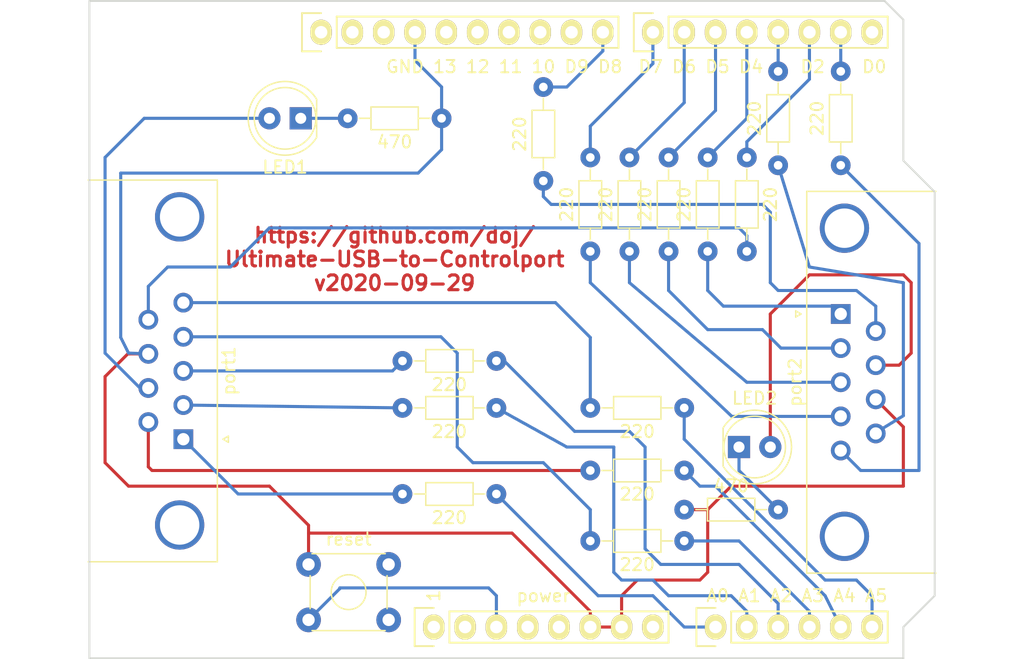
<source format=kicad_pcb>
(kicad_pcb (version 20171130) (host pcbnew "(5.1.6-0-10_14)")

  (general
    (thickness 1.6)
    (drawings 23)
    (tracks 166)
    (zones 0)
    (modules 25)
    (nets 48)
  )

  (page A4)
  (title_block
    (date "lun. 30 mars 2015")
  )

  (layers
    (0 F.Cu signal)
    (31 B.Cu signal)
    (32 B.Adhes user hide)
    (33 F.Adhes user hide)
    (34 B.Paste user hide)
    (35 F.Paste user hide)
    (36 B.SilkS user hide)
    (37 F.SilkS user)
    (38 B.Mask user hide)
    (39 F.Mask user hide)
    (40 Dwgs.User user hide)
    (41 Cmts.User user hide)
    (42 Eco1.User user)
    (43 Eco2.User user)
    (44 Edge.Cuts user)
    (45 Margin user)
    (46 B.CrtYd user)
    (47 F.CrtYd user hide)
    (48 B.Fab user)
    (49 F.Fab user hide)
  )

  (setup
    (last_trace_width 0.25)
    (trace_clearance 0.2)
    (zone_clearance 0.508)
    (zone_45_only no)
    (trace_min 0.2)
    (via_size 0.6)
    (via_drill 0.4)
    (via_min_size 0.4)
    (via_min_drill 0.3)
    (uvia_size 0.3)
    (uvia_drill 0.1)
    (uvias_allowed no)
    (uvia_min_size 0.2)
    (uvia_min_drill 0.1)
    (edge_width 0.15)
    (segment_width 0.15)
    (pcb_text_width 0.3)
    (pcb_text_size 1.5 1.5)
    (mod_edge_width 0.15)
    (mod_text_size 1 1)
    (mod_text_width 0.15)
    (pad_size 4.064 4.064)
    (pad_drill 3.048)
    (pad_to_mask_clearance 0)
    (aux_axis_origin 110.998 126.365)
    (grid_origin 110.998 126.365)
    (visible_elements FFFFFF7F)
    (pcbplotparams
      (layerselection 0x010f0_ffffffff)
      (usegerberextensions true)
      (usegerberattributes false)
      (usegerberadvancedattributes false)
      (creategerberjobfile false)
      (excludeedgelayer true)
      (linewidth 0.150000)
      (plotframeref false)
      (viasonmask false)
      (mode 1)
      (useauxorigin false)
      (hpglpennumber 1)
      (hpglpenspeed 20)
      (hpglpendiameter 15.000000)
      (psnegative false)
      (psa4output false)
      (plotreference true)
      (plotvalue true)
      (plotinvisibletext false)
      (padsonsilk false)
      (subtractmaskfromsilk false)
      (outputformat 1)
      (mirror false)
      (drillshape 0)
      (scaleselection 1)
      (outputdirectory "../../Downloads/gerb/"))
  )

  (net 0 "")
  (net 1 /IOREF)
  (net 2 /Reset)
  (net 3 GND)
  (net 4 /A0)
  (net 5 /A1)
  (net 6 /A2)
  (net 7 /A3)
  (net 8 /AREF)
  (net 9 "/A4(SDA)")
  (net 10 "/A5(SCL)")
  (net 11 "/9(**)")
  (net 12 /8)
  (net 13 /7)
  (net 14 "/6(**)")
  (net 15 "/5(**)")
  (net 16 /4)
  (net 17 "/3(**)")
  (net 18 /2)
  (net 19 "/1(Tx)")
  (net 20 "/0(Rx)")
  (net 21 "/13(SCK)")
  (net 22 "/10(**/SS)")
  (net 23 "Net-(P1-Pad1)")
  (net 24 "/12(MISO)")
  (net 25 "/11(**/MOSI)")
  (net 26 "Net-(D1-Pad2)")
  (net 27 "Net-(D1-Pad1)")
  (net 28 "Net-(D2-Pad2)")
  (net 29 "Net-(D2-Pad1)")
  (net 30 "Net-(P1-Pad4)")
  (net 31 "Net-(P1-Pad5)")
  (net 32 "Net-(P2-Pad5)")
  (net 33 "Net-(R4-Pad2)")
  (net 34 "Net-(R8-Pad2)")
  (net 35 "Net-(R3-Pad2)")
  (net 36 "Net-(R5-Pad2)")
  (net 37 "Net-(R6-Pad2)")
  (net 38 "Net-(R7-Pad2)")
  (net 39 "Net-(R9-Pad2)")
  (net 40 "Net-(R15-Pad1)")
  (net 41 "Net-(R11-Pad1)")
  (net 42 "Net-(R16-Pad1)")
  (net 43 "Net-(R14-Pad1)")
  (net 44 "Net-(R13-Pad1)")
  (net 45 "Net-(R12-Pad1)")
  (net 46 "Net-(R10-Pad1)")
  (net 47 "Net-(P1-Pad8)")

  (net_class Default "This is the default net class."
    (clearance 0.2)
    (trace_width 0.25)
    (via_dia 0.6)
    (via_drill 0.4)
    (uvia_dia 0.3)
    (uvia_drill 0.1)
    (add_net "/0(Rx)")
    (add_net "/1(Tx)")
    (add_net "/10(**/SS)")
    (add_net "/11(**/MOSI)")
    (add_net "/12(MISO)")
    (add_net "/13(SCK)")
    (add_net /2)
    (add_net "/3(**)")
    (add_net /4)
    (add_net "/5(**)")
    (add_net "/6(**)")
    (add_net /7)
    (add_net /8)
    (add_net "/9(**)")
    (add_net /A0)
    (add_net /A1)
    (add_net /A2)
    (add_net /A3)
    (add_net "/A4(SDA)")
    (add_net "/A5(SCL)")
    (add_net /AREF)
    (add_net /IOREF)
    (add_net /Reset)
    (add_net GND)
    (add_net "Net-(D1-Pad1)")
    (add_net "Net-(D1-Pad2)")
    (add_net "Net-(D2-Pad1)")
    (add_net "Net-(D2-Pad2)")
    (add_net "Net-(P1-Pad1)")
    (add_net "Net-(P1-Pad4)")
    (add_net "Net-(P1-Pad5)")
    (add_net "Net-(P1-Pad8)")
    (add_net "Net-(P2-Pad5)")
    (add_net "Net-(R10-Pad1)")
    (add_net "Net-(R11-Pad1)")
    (add_net "Net-(R12-Pad1)")
    (add_net "Net-(R13-Pad1)")
    (add_net "Net-(R14-Pad1)")
    (add_net "Net-(R15-Pad1)")
    (add_net "Net-(R16-Pad1)")
    (add_net "Net-(R3-Pad2)")
    (add_net "Net-(R4-Pad2)")
    (add_net "Net-(R5-Pad2)")
    (add_net "Net-(R6-Pad2)")
    (add_net "Net-(R7-Pad2)")
    (add_net "Net-(R8-Pad2)")
    (add_net "Net-(R9-Pad2)")
  )

  (module Button_Switch_THT:SW_TH_Tactile_Omron_B3F-10xx (layer F.Cu) (tedit 5F737FB5) (tstamp 5F5BB7F9)
    (at 128.778 118.745)
    (descr SW_TH_Tactile_Omron_B3F-10xx_https://www.omron.com/ecb/products/pdf/en-b3f.pdf)
    (tags "Omron B3F-10xx")
    (path /5F75A243)
    (fp_text reference reset (at 3.25 -2.05) (layer F.SilkS)
      (effects (font (size 1 1) (thickness 0.15)))
    )
    (fp_text value SW_Push (at 3.2 6.5) (layer F.Fab)
      (effects (font (size 1 1) (thickness 0.15)))
    )
    (fp_text user %R (at 3.25 2.25) (layer F.Fab)
      (effects (font (size 1 1) (thickness 0.15)))
    )
    (fp_line (start -1.1 -1.1) (end 7.6 -1.1) (layer F.CrtYd) (width 0.05))
    (fp_line (start 0.25 5.25) (end 6.25 5.25) (layer F.Fab) (width 0.1))
    (fp_line (start 6.37 0.91) (end 6.37 3.59) (layer F.SilkS) (width 0.12))
    (fp_line (start 0.13 3.59) (end 0.13 0.91) (layer F.SilkS) (width 0.12))
    (fp_line (start 0.28 -0.87) (end 6.22 -0.87) (layer F.SilkS) (width 0.12))
    (fp_line (start 0.28 5.37) (end 6.22 5.37) (layer F.SilkS) (width 0.12))
    (fp_circle (center 3.25 2.25) (end 4.25 3.25) (layer F.SilkS) (width 0.12))
    (fp_line (start -1.1 -1.1) (end -1.1 5.6) (layer F.CrtYd) (width 0.05))
    (fp_line (start -1.1 5.6) (end 7.6 5.6) (layer F.CrtYd) (width 0.05))
    (fp_line (start 7.6 5.6) (end 7.6 -1.1) (layer F.CrtYd) (width 0.05))
    (fp_line (start 0.25 -0.75) (end 6.25 -0.75) (layer F.Fab) (width 0.1))
    (fp_line (start 6.25 -0.75) (end 6.25 5.25) (layer F.Fab) (width 0.1))
    (fp_line (start 0.25 -0.75) (end 0.25 5.25) (layer F.Fab) (width 0.1))
    (pad 1 thru_hole circle (at 0 0) (size 2 2) (drill 1) (layers *.Cu *.Mask)
      (net 3 GND))
    (pad 1 thru_hole circle (at 6.5 0) (size 2 2) (drill 1) (layers *.Cu *.Mask)
      (net 3 GND))
    (pad 2 thru_hole circle (at 0 4.5) (size 2 2) (drill 1) (layers *.Cu *.Mask)
      (net 2 /Reset))
    (pad 2 thru_hole circle (at 6.5 4.5) (size 2 2) (drill 1) (layers *.Cu *.Mask)
      (net 2 /Reset))
    (model ${KISYS3DMOD}/Button_Switch_THT.3dshapes/SW_TH_Tactile_Omron_B3F-10xx.wrl
      (at (xyz 0 0 0))
      (scale (xyz 1 1 1))
      (rotate (xyz 0 0 0))
    )
  )

  (module Resistor_THT:R_Axial_DIN0204_L3.6mm_D1.6mm_P7.62mm_Horizontal (layer F.Cu) (tedit 5F737F4C) (tstamp 5F5B564E)
    (at 171.958 86.36 90)
    (descr "Resistor, Axial_DIN0204 series, Axial, Horizontal, pin pitch=7.62mm, 0.167W, length*diameter=3.6*1.6mm^2, http://cdn-reichelt.de/documents/datenblatt/B400/1_4W%23YAG.pdf")
    (tags "Resistor Axial_DIN0204 series Axial Horizontal pin pitch 7.62mm 0.167W length 3.6mm diameter 1.6mm")
    (path /5F68C040)
    (fp_text reference 220 (at 3.81 -1.92 90) (layer F.SilkS)
      (effects (font (size 1 1) (thickness 0.15)))
    )
    (fp_text value 220 (at 3.81 1.92 90) (layer F.Fab)
      (effects (font (size 1 1) (thickness 0.15)))
    )
    (fp_text user %R (at 3.81 0 90) (layer F.Fab)
      (effects (font (size 0.72 0.72) (thickness 0.108)))
    )
    (fp_line (start 8.57 -1.05) (end -0.95 -1.05) (layer F.CrtYd) (width 0.05))
    (fp_line (start 8.57 1.05) (end 8.57 -1.05) (layer F.CrtYd) (width 0.05))
    (fp_line (start -0.95 1.05) (end 8.57 1.05) (layer F.CrtYd) (width 0.05))
    (fp_line (start -0.95 -1.05) (end -0.95 1.05) (layer F.CrtYd) (width 0.05))
    (fp_line (start 6.68 0) (end 5.73 0) (layer F.SilkS) (width 0.12))
    (fp_line (start 0.94 0) (end 1.89 0) (layer F.SilkS) (width 0.12))
    (fp_line (start 5.73 -0.92) (end 1.89 -0.92) (layer F.SilkS) (width 0.12))
    (fp_line (start 5.73 0.92) (end 5.73 -0.92) (layer F.SilkS) (width 0.12))
    (fp_line (start 1.89 0.92) (end 5.73 0.92) (layer F.SilkS) (width 0.12))
    (fp_line (start 1.89 -0.92) (end 1.89 0.92) (layer F.SilkS) (width 0.12))
    (fp_line (start 7.62 0) (end 5.61 0) (layer F.Fab) (width 0.1))
    (fp_line (start 0 0) (end 2.01 0) (layer F.Fab) (width 0.1))
    (fp_line (start 5.61 -0.8) (end 2.01 -0.8) (layer F.Fab) (width 0.1))
    (fp_line (start 5.61 0.8) (end 5.61 -0.8) (layer F.Fab) (width 0.1))
    (fp_line (start 2.01 0.8) (end 5.61 0.8) (layer F.Fab) (width 0.1))
    (fp_line (start 2.01 -0.8) (end 2.01 0.8) (layer F.Fab) (width 0.1))
    (pad 2 thru_hole circle (at 7.62 0 90) (size 1.6 1.6) (drill 0.7) (layers *.Cu *.Mask)
      (net 19 "/1(Tx)"))
    (pad 1 thru_hole circle (at 0 0 90) (size 1.6 1.6) (drill 0.7) (layers *.Cu *.Mask)
      (net 42 "Net-(R16-Pad1)"))
    (model ${KISYS3DMOD}/Resistor_THT.3dshapes/R_Axial_DIN0204_L3.6mm_D1.6mm_P7.62mm_Horizontal.wrl
      (at (xyz 0 0 0))
      (scale (xyz 1 1 1))
      (rotate (xyz 0 0 0))
    )
  )

  (module Resistor_THT:R_Axial_DIN0204_L3.6mm_D1.6mm_P7.62mm_Horizontal (layer F.Cu) (tedit 5F737F4C) (tstamp 5F5B563B)
    (at 166.878 86.36 90)
    (descr "Resistor, Axial_DIN0204 series, Axial, Horizontal, pin pitch=7.62mm, 0.167W, length*diameter=3.6*1.6mm^2, http://cdn-reichelt.de/documents/datenblatt/B400/1_4W%23YAG.pdf")
    (tags "Resistor Axial_DIN0204 series Axial Horizontal pin pitch 7.62mm 0.167W length 3.6mm diameter 1.6mm")
    (path /5F6890B8)
    (fp_text reference 220 (at 3.81 -1.92 90) (layer F.SilkS)
      (effects (font (size 1 1) (thickness 0.15)))
    )
    (fp_text value 220 (at 3.81 1.92 90) (layer F.Fab)
      (effects (font (size 1 1) (thickness 0.15)))
    )
    (fp_text user %R (at 3.81 0 90) (layer F.Fab)
      (effects (font (size 0.72 0.72) (thickness 0.108)))
    )
    (fp_line (start 8.57 -1.05) (end -0.95 -1.05) (layer F.CrtYd) (width 0.05))
    (fp_line (start 8.57 1.05) (end 8.57 -1.05) (layer F.CrtYd) (width 0.05))
    (fp_line (start -0.95 1.05) (end 8.57 1.05) (layer F.CrtYd) (width 0.05))
    (fp_line (start -0.95 -1.05) (end -0.95 1.05) (layer F.CrtYd) (width 0.05))
    (fp_line (start 6.68 0) (end 5.73 0) (layer F.SilkS) (width 0.12))
    (fp_line (start 0.94 0) (end 1.89 0) (layer F.SilkS) (width 0.12))
    (fp_line (start 5.73 -0.92) (end 1.89 -0.92) (layer F.SilkS) (width 0.12))
    (fp_line (start 5.73 0.92) (end 5.73 -0.92) (layer F.SilkS) (width 0.12))
    (fp_line (start 1.89 0.92) (end 5.73 0.92) (layer F.SilkS) (width 0.12))
    (fp_line (start 1.89 -0.92) (end 1.89 0.92) (layer F.SilkS) (width 0.12))
    (fp_line (start 7.62 0) (end 5.61 0) (layer F.Fab) (width 0.1))
    (fp_line (start 0 0) (end 2.01 0) (layer F.Fab) (width 0.1))
    (fp_line (start 5.61 -0.8) (end 2.01 -0.8) (layer F.Fab) (width 0.1))
    (fp_line (start 5.61 0.8) (end 5.61 -0.8) (layer F.Fab) (width 0.1))
    (fp_line (start 2.01 0.8) (end 5.61 0.8) (layer F.Fab) (width 0.1))
    (fp_line (start 2.01 -0.8) (end 2.01 0.8) (layer F.Fab) (width 0.1))
    (pad 2 thru_hole circle (at 7.62 0 90) (size 1.6 1.6) (drill 0.7) (layers *.Cu *.Mask)
      (net 17 "/3(**)"))
    (pad 1 thru_hole circle (at 0 0 90) (size 1.6 1.6) (drill 0.7) (layers *.Cu *.Mask)
      (net 40 "Net-(R15-Pad1)"))
    (model ${KISYS3DMOD}/Resistor_THT.3dshapes/R_Axial_DIN0204_L3.6mm_D1.6mm_P7.62mm_Horizontal.wrl
      (at (xyz 0 0 0))
      (scale (xyz 1 1 1))
      (rotate (xyz 0 0 0))
    )
  )

  (module Resistor_THT:R_Axial_DIN0204_L3.6mm_D1.6mm_P7.62mm_Horizontal (layer F.Cu) (tedit 5F737F4C) (tstamp 5F5B5628)
    (at 151.638 93.345 90)
    (descr "Resistor, Axial_DIN0204 series, Axial, Horizontal, pin pitch=7.62mm, 0.167W, length*diameter=3.6*1.6mm^2, http://cdn-reichelt.de/documents/datenblatt/B400/1_4W%23YAG.pdf")
    (tags "Resistor Axial_DIN0204 series Axial Horizontal pin pitch 7.62mm 0.167W length 3.6mm diameter 1.6mm")
    (path /5F686130)
    (fp_text reference 220 (at 3.81 -1.92 90) (layer F.SilkS)
      (effects (font (size 1 1) (thickness 0.15)))
    )
    (fp_text value 220 (at 3.81 1.92 90) (layer F.Fab)
      (effects (font (size 1 1) (thickness 0.15)))
    )
    (fp_text user %R (at 3.81 0 90) (layer F.Fab)
      (effects (font (size 0.72 0.72) (thickness 0.108)))
    )
    (fp_line (start 8.57 -1.05) (end -0.95 -1.05) (layer F.CrtYd) (width 0.05))
    (fp_line (start 8.57 1.05) (end 8.57 -1.05) (layer F.CrtYd) (width 0.05))
    (fp_line (start -0.95 1.05) (end 8.57 1.05) (layer F.CrtYd) (width 0.05))
    (fp_line (start -0.95 -1.05) (end -0.95 1.05) (layer F.CrtYd) (width 0.05))
    (fp_line (start 6.68 0) (end 5.73 0) (layer F.SilkS) (width 0.12))
    (fp_line (start 0.94 0) (end 1.89 0) (layer F.SilkS) (width 0.12))
    (fp_line (start 5.73 -0.92) (end 1.89 -0.92) (layer F.SilkS) (width 0.12))
    (fp_line (start 5.73 0.92) (end 5.73 -0.92) (layer F.SilkS) (width 0.12))
    (fp_line (start 1.89 0.92) (end 5.73 0.92) (layer F.SilkS) (width 0.12))
    (fp_line (start 1.89 -0.92) (end 1.89 0.92) (layer F.SilkS) (width 0.12))
    (fp_line (start 7.62 0) (end 5.61 0) (layer F.Fab) (width 0.1))
    (fp_line (start 0 0) (end 2.01 0) (layer F.Fab) (width 0.1))
    (fp_line (start 5.61 -0.8) (end 2.01 -0.8) (layer F.Fab) (width 0.1))
    (fp_line (start 5.61 0.8) (end 5.61 -0.8) (layer F.Fab) (width 0.1))
    (fp_line (start 2.01 0.8) (end 5.61 0.8) (layer F.Fab) (width 0.1))
    (fp_line (start 2.01 -0.8) (end 2.01 0.8) (layer F.Fab) (width 0.1))
    (pad 2 thru_hole circle (at 7.62 0 90) (size 1.6 1.6) (drill 0.7) (layers *.Cu *.Mask)
      (net 13 /7))
    (pad 1 thru_hole circle (at 0 0 90) (size 1.6 1.6) (drill 0.7) (layers *.Cu *.Mask)
      (net 43 "Net-(R14-Pad1)"))
    (model ${KISYS3DMOD}/Resistor_THT.3dshapes/R_Axial_DIN0204_L3.6mm_D1.6mm_P7.62mm_Horizontal.wrl
      (at (xyz 0 0 0))
      (scale (xyz 1 1 1))
      (rotate (xyz 0 0 0))
    )
  )

  (module Resistor_THT:R_Axial_DIN0204_L3.6mm_D1.6mm_P7.62mm_Horizontal (layer F.Cu) (tedit 5F737F4C) (tstamp 5F5BC6FA)
    (at 154.813 93.345 90)
    (descr "Resistor, Axial_DIN0204 series, Axial, Horizontal, pin pitch=7.62mm, 0.167W, length*diameter=3.6*1.6mm^2, http://cdn-reichelt.de/documents/datenblatt/B400/1_4W%23YAG.pdf")
    (tags "Resistor Axial_DIN0204 series Axial Horizontal pin pitch 7.62mm 0.167W length 3.6mm diameter 1.6mm")
    (path /5F682D6C)
    (fp_text reference 220 (at 3.81 -1.92 90) (layer F.SilkS)
      (effects (font (size 1 1) (thickness 0.15)))
    )
    (fp_text value 220 (at 3.81 1.92 90) (layer F.Fab)
      (effects (font (size 1 1) (thickness 0.15)))
    )
    (fp_text user %R (at 3.81 0 90) (layer F.Fab)
      (effects (font (size 0.72 0.72) (thickness 0.108)))
    )
    (fp_line (start 8.57 -1.05) (end -0.95 -1.05) (layer F.CrtYd) (width 0.05))
    (fp_line (start 8.57 1.05) (end 8.57 -1.05) (layer F.CrtYd) (width 0.05))
    (fp_line (start -0.95 1.05) (end 8.57 1.05) (layer F.CrtYd) (width 0.05))
    (fp_line (start -0.95 -1.05) (end -0.95 1.05) (layer F.CrtYd) (width 0.05))
    (fp_line (start 6.68 0) (end 5.73 0) (layer F.SilkS) (width 0.12))
    (fp_line (start 0.94 0) (end 1.89 0) (layer F.SilkS) (width 0.12))
    (fp_line (start 5.73 -0.92) (end 1.89 -0.92) (layer F.SilkS) (width 0.12))
    (fp_line (start 5.73 0.92) (end 5.73 -0.92) (layer F.SilkS) (width 0.12))
    (fp_line (start 1.89 0.92) (end 5.73 0.92) (layer F.SilkS) (width 0.12))
    (fp_line (start 1.89 -0.92) (end 1.89 0.92) (layer F.SilkS) (width 0.12))
    (fp_line (start 7.62 0) (end 5.61 0) (layer F.Fab) (width 0.1))
    (fp_line (start 0 0) (end 2.01 0) (layer F.Fab) (width 0.1))
    (fp_line (start 5.61 -0.8) (end 2.01 -0.8) (layer F.Fab) (width 0.1))
    (fp_line (start 5.61 0.8) (end 5.61 -0.8) (layer F.Fab) (width 0.1))
    (fp_line (start 2.01 0.8) (end 5.61 0.8) (layer F.Fab) (width 0.1))
    (fp_line (start 2.01 -0.8) (end 2.01 0.8) (layer F.Fab) (width 0.1))
    (pad 2 thru_hole circle (at 7.62 0 90) (size 1.6 1.6) (drill 0.7) (layers *.Cu *.Mask)
      (net 14 "/6(**)"))
    (pad 1 thru_hole circle (at 0 0 90) (size 1.6 1.6) (drill 0.7) (layers *.Cu *.Mask)
      (net 44 "Net-(R13-Pad1)"))
    (model ${KISYS3DMOD}/Resistor_THT.3dshapes/R_Axial_DIN0204_L3.6mm_D1.6mm_P7.62mm_Horizontal.wrl
      (at (xyz 0 0 0))
      (scale (xyz 1 1 1))
      (rotate (xyz 0 0 0))
    )
  )

  (module Resistor_THT:R_Axial_DIN0204_L3.6mm_D1.6mm_P7.62mm_Horizontal (layer F.Cu) (tedit 5F737F4C) (tstamp 5F5B6B45)
    (at 157.988 93.345 90)
    (descr "Resistor, Axial_DIN0204 series, Axial, Horizontal, pin pitch=7.62mm, 0.167W, length*diameter=3.6*1.6mm^2, http://cdn-reichelt.de/documents/datenblatt/B400/1_4W%23YAG.pdf")
    (tags "Resistor Axial_DIN0204 series Axial Horizontal pin pitch 7.62mm 0.167W length 3.6mm diameter 1.6mm")
    (path /5F67FDE4)
    (fp_text reference 220 (at 3.81 -1.92 90) (layer F.SilkS)
      (effects (font (size 1 1) (thickness 0.15)))
    )
    (fp_text value 220 (at 3.81 1.92 90) (layer F.Fab)
      (effects (font (size 1 1) (thickness 0.15)))
    )
    (fp_text user %R (at 3.81 0 90) (layer F.Fab)
      (effects (font (size 0.72 0.72) (thickness 0.108)))
    )
    (fp_line (start 8.57 -1.05) (end -0.95 -1.05) (layer F.CrtYd) (width 0.05))
    (fp_line (start 8.57 1.05) (end 8.57 -1.05) (layer F.CrtYd) (width 0.05))
    (fp_line (start -0.95 1.05) (end 8.57 1.05) (layer F.CrtYd) (width 0.05))
    (fp_line (start -0.95 -1.05) (end -0.95 1.05) (layer F.CrtYd) (width 0.05))
    (fp_line (start 6.68 0) (end 5.73 0) (layer F.SilkS) (width 0.12))
    (fp_line (start 0.94 0) (end 1.89 0) (layer F.SilkS) (width 0.12))
    (fp_line (start 5.73 -0.92) (end 1.89 -0.92) (layer F.SilkS) (width 0.12))
    (fp_line (start 5.73 0.92) (end 5.73 -0.92) (layer F.SilkS) (width 0.12))
    (fp_line (start 1.89 0.92) (end 5.73 0.92) (layer F.SilkS) (width 0.12))
    (fp_line (start 1.89 -0.92) (end 1.89 0.92) (layer F.SilkS) (width 0.12))
    (fp_line (start 7.62 0) (end 5.61 0) (layer F.Fab) (width 0.1))
    (fp_line (start 0 0) (end 2.01 0) (layer F.Fab) (width 0.1))
    (fp_line (start 5.61 -0.8) (end 2.01 -0.8) (layer F.Fab) (width 0.1))
    (fp_line (start 5.61 0.8) (end 5.61 -0.8) (layer F.Fab) (width 0.1))
    (fp_line (start 2.01 0.8) (end 5.61 0.8) (layer F.Fab) (width 0.1))
    (fp_line (start 2.01 -0.8) (end 2.01 0.8) (layer F.Fab) (width 0.1))
    (pad 2 thru_hole circle (at 7.62 0 90) (size 1.6 1.6) (drill 0.7) (layers *.Cu *.Mask)
      (net 15 "/5(**)"))
    (pad 1 thru_hole circle (at 0 0 90) (size 1.6 1.6) (drill 0.7) (layers *.Cu *.Mask)
      (net 45 "Net-(R12-Pad1)"))
    (model ${KISYS3DMOD}/Resistor_THT.3dshapes/R_Axial_DIN0204_L3.6mm_D1.6mm_P7.62mm_Horizontal.wrl
      (at (xyz 0 0 0))
      (scale (xyz 1 1 1))
      (rotate (xyz 0 0 0))
    )
  )

  (module Resistor_THT:R_Axial_DIN0204_L3.6mm_D1.6mm_P7.62mm_Horizontal (layer F.Cu) (tedit 5F737F4C) (tstamp 5F5B55EF)
    (at 147.828 87.63 90)
    (descr "Resistor, Axial_DIN0204 series, Axial, Horizontal, pin pitch=7.62mm, 0.167W, length*diameter=3.6*1.6mm^2, http://cdn-reichelt.de/documents/datenblatt/B400/1_4W%23YAG.pdf")
    (tags "Resistor Axial_DIN0204 series Axial Horizontal pin pitch 7.62mm 0.167W length 3.6mm diameter 1.6mm")
    (path /5F67CE5C)
    (fp_text reference 220 (at 3.81 -1.92 90) (layer F.SilkS)
      (effects (font (size 1 1) (thickness 0.15)))
    )
    (fp_text value 220 (at 3.81 1.92 90) (layer F.Fab)
      (effects (font (size 1 1) (thickness 0.15)))
    )
    (fp_text user %R (at 3.81 0 90) (layer F.Fab)
      (effects (font (size 0.72 0.72) (thickness 0.108)))
    )
    (fp_line (start 8.57 -1.05) (end -0.95 -1.05) (layer F.CrtYd) (width 0.05))
    (fp_line (start 8.57 1.05) (end 8.57 -1.05) (layer F.CrtYd) (width 0.05))
    (fp_line (start -0.95 1.05) (end 8.57 1.05) (layer F.CrtYd) (width 0.05))
    (fp_line (start -0.95 -1.05) (end -0.95 1.05) (layer F.CrtYd) (width 0.05))
    (fp_line (start 6.68 0) (end 5.73 0) (layer F.SilkS) (width 0.12))
    (fp_line (start 0.94 0) (end 1.89 0) (layer F.SilkS) (width 0.12))
    (fp_line (start 5.73 -0.92) (end 1.89 -0.92) (layer F.SilkS) (width 0.12))
    (fp_line (start 5.73 0.92) (end 5.73 -0.92) (layer F.SilkS) (width 0.12))
    (fp_line (start 1.89 0.92) (end 5.73 0.92) (layer F.SilkS) (width 0.12))
    (fp_line (start 1.89 -0.92) (end 1.89 0.92) (layer F.SilkS) (width 0.12))
    (fp_line (start 7.62 0) (end 5.61 0) (layer F.Fab) (width 0.1))
    (fp_line (start 0 0) (end 2.01 0) (layer F.Fab) (width 0.1))
    (fp_line (start 5.61 -0.8) (end 2.01 -0.8) (layer F.Fab) (width 0.1))
    (fp_line (start 5.61 0.8) (end 5.61 -0.8) (layer F.Fab) (width 0.1))
    (fp_line (start 2.01 0.8) (end 5.61 0.8) (layer F.Fab) (width 0.1))
    (fp_line (start 2.01 -0.8) (end 2.01 0.8) (layer F.Fab) (width 0.1))
    (pad 2 thru_hole circle (at 7.62 0 90) (size 1.6 1.6) (drill 0.7) (layers *.Cu *.Mask)
      (net 12 /8))
    (pad 1 thru_hole circle (at 0 0 90) (size 1.6 1.6) (drill 0.7) (layers *.Cu *.Mask)
      (net 41 "Net-(R11-Pad1)"))
    (model ${KISYS3DMOD}/Resistor_THT.3dshapes/R_Axial_DIN0204_L3.6mm_D1.6mm_P7.62mm_Horizontal.wrl
      (at (xyz 0 0 0))
      (scale (xyz 1 1 1))
      (rotate (xyz 0 0 0))
    )
  )

  (module Resistor_THT:R_Axial_DIN0204_L3.6mm_D1.6mm_P7.62mm_Horizontal (layer F.Cu) (tedit 5F737F4C) (tstamp 5F5BDF93)
    (at 161.163 93.345 90)
    (descr "Resistor, Axial_DIN0204 series, Axial, Horizontal, pin pitch=7.62mm, 0.167W, length*diameter=3.6*1.6mm^2, http://cdn-reichelt.de/documents/datenblatt/B400/1_4W%23YAG.pdf")
    (tags "Resistor Axial_DIN0204 series Axial Horizontal pin pitch 7.62mm 0.167W length 3.6mm diameter 1.6mm")
    (path /5F6746ED)
    (fp_text reference 220 (at 3.81 -1.92 90) (layer F.SilkS)
      (effects (font (size 1 1) (thickness 0.15)))
    )
    (fp_text value 220 (at 3.81 1.92 90) (layer F.Fab)
      (effects (font (size 1 1) (thickness 0.15)))
    )
    (fp_text user %R (at 3.81 0 90) (layer F.Fab)
      (effects (font (size 0.72 0.72) (thickness 0.108)))
    )
    (fp_line (start 8.57 -1.05) (end -0.95 -1.05) (layer F.CrtYd) (width 0.05))
    (fp_line (start 8.57 1.05) (end 8.57 -1.05) (layer F.CrtYd) (width 0.05))
    (fp_line (start -0.95 1.05) (end 8.57 1.05) (layer F.CrtYd) (width 0.05))
    (fp_line (start -0.95 -1.05) (end -0.95 1.05) (layer F.CrtYd) (width 0.05))
    (fp_line (start 6.68 0) (end 5.73 0) (layer F.SilkS) (width 0.12))
    (fp_line (start 0.94 0) (end 1.89 0) (layer F.SilkS) (width 0.12))
    (fp_line (start 5.73 -0.92) (end 1.89 -0.92) (layer F.SilkS) (width 0.12))
    (fp_line (start 5.73 0.92) (end 5.73 -0.92) (layer F.SilkS) (width 0.12))
    (fp_line (start 1.89 0.92) (end 5.73 0.92) (layer F.SilkS) (width 0.12))
    (fp_line (start 1.89 -0.92) (end 1.89 0.92) (layer F.SilkS) (width 0.12))
    (fp_line (start 7.62 0) (end 5.61 0) (layer F.Fab) (width 0.1))
    (fp_line (start 0 0) (end 2.01 0) (layer F.Fab) (width 0.1))
    (fp_line (start 5.61 -0.8) (end 2.01 -0.8) (layer F.Fab) (width 0.1))
    (fp_line (start 5.61 0.8) (end 5.61 -0.8) (layer F.Fab) (width 0.1))
    (fp_line (start 2.01 0.8) (end 5.61 0.8) (layer F.Fab) (width 0.1))
    (fp_line (start 2.01 -0.8) (end 2.01 0.8) (layer F.Fab) (width 0.1))
    (pad 2 thru_hole circle (at 7.62 0 90) (size 1.6 1.6) (drill 0.7) (layers *.Cu *.Mask)
      (net 16 /4))
    (pad 1 thru_hole circle (at 0 0 90) (size 1.6 1.6) (drill 0.7) (layers *.Cu *.Mask)
      (net 46 "Net-(R10-Pad1)"))
    (model ${KISYS3DMOD}/Resistor_THT.3dshapes/R_Axial_DIN0204_L3.6mm_D1.6mm_P7.62mm_Horizontal.wrl
      (at (xyz 0 0 0))
      (scale (xyz 1 1 1))
      (rotate (xyz 0 0 0))
    )
  )

  (module Resistor_THT:R_Axial_DIN0204_L3.6mm_D1.6mm_P7.62mm_Horizontal (layer F.Cu) (tedit 5F737F4C) (tstamp 5F5B55C9)
    (at 144.018 113.03 180)
    (descr "Resistor, Axial_DIN0204 series, Axial, Horizontal, pin pitch=7.62mm, 0.167W, length*diameter=3.6*1.6mm^2, http://cdn-reichelt.de/documents/datenblatt/B400/1_4W%23YAG.pdf")
    (tags "Resistor Axial_DIN0204 series Axial Horizontal pin pitch 7.62mm 0.167W length 3.6mm diameter 1.6mm")
    (path /5F638691)
    (fp_text reference 220 (at 3.81 -1.92) (layer F.SilkS)
      (effects (font (size 1 1) (thickness 0.15)))
    )
    (fp_text value 220 (at 3.81 1.92) (layer F.Fab)
      (effects (font (size 1 1) (thickness 0.15)))
    )
    (fp_text user %R (at 3.81 0) (layer F.Fab)
      (effects (font (size 0.72 0.72) (thickness 0.108)))
    )
    (fp_line (start 8.57 -1.05) (end -0.95 -1.05) (layer F.CrtYd) (width 0.05))
    (fp_line (start 8.57 1.05) (end 8.57 -1.05) (layer F.CrtYd) (width 0.05))
    (fp_line (start -0.95 1.05) (end 8.57 1.05) (layer F.CrtYd) (width 0.05))
    (fp_line (start -0.95 -1.05) (end -0.95 1.05) (layer F.CrtYd) (width 0.05))
    (fp_line (start 6.68 0) (end 5.73 0) (layer F.SilkS) (width 0.12))
    (fp_line (start 0.94 0) (end 1.89 0) (layer F.SilkS) (width 0.12))
    (fp_line (start 5.73 -0.92) (end 1.89 -0.92) (layer F.SilkS) (width 0.12))
    (fp_line (start 5.73 0.92) (end 5.73 -0.92) (layer F.SilkS) (width 0.12))
    (fp_line (start 1.89 0.92) (end 5.73 0.92) (layer F.SilkS) (width 0.12))
    (fp_line (start 1.89 -0.92) (end 1.89 0.92) (layer F.SilkS) (width 0.12))
    (fp_line (start 7.62 0) (end 5.61 0) (layer F.Fab) (width 0.1))
    (fp_line (start 0 0) (end 2.01 0) (layer F.Fab) (width 0.1))
    (fp_line (start 5.61 -0.8) (end 2.01 -0.8) (layer F.Fab) (width 0.1))
    (fp_line (start 5.61 0.8) (end 5.61 -0.8) (layer F.Fab) (width 0.1))
    (fp_line (start 2.01 0.8) (end 5.61 0.8) (layer F.Fab) (width 0.1))
    (fp_line (start 2.01 -0.8) (end 2.01 0.8) (layer F.Fab) (width 0.1))
    (pad 2 thru_hole circle (at 7.62 0 180) (size 1.6 1.6) (drill 0.7) (layers *.Cu *.Mask)
      (net 39 "Net-(R9-Pad2)"))
    (pad 1 thru_hole circle (at 0 0 180) (size 1.6 1.6) (drill 0.7) (layers *.Cu *.Mask)
      (net 4 /A0))
    (model ${KISYS3DMOD}/Resistor_THT.3dshapes/R_Axial_DIN0204_L3.6mm_D1.6mm_P7.62mm_Horizontal.wrl
      (at (xyz 0 0 0))
      (scale (xyz 1 1 1))
      (rotate (xyz 0 0 0))
    )
  )

  (module Resistor_THT:R_Axial_DIN0204_L3.6mm_D1.6mm_P7.62mm_Horizontal (layer F.Cu) (tedit 5F737F4C) (tstamp 5F5B55B6)
    (at 159.258 111.125 180)
    (descr "Resistor, Axial_DIN0204 series, Axial, Horizontal, pin pitch=7.62mm, 0.167W, length*diameter=3.6*1.6mm^2, http://cdn-reichelt.de/documents/datenblatt/B400/1_4W%23YAG.pdf")
    (tags "Resistor Axial_DIN0204 series Axial Horizontal pin pitch 7.62mm 0.167W length 3.6mm diameter 1.6mm")
    (path /5F63982E)
    (fp_text reference 220 (at 3.81 -1.92) (layer F.SilkS)
      (effects (font (size 1 1) (thickness 0.15)))
    )
    (fp_text value 220 (at 3.81 1.92) (layer F.Fab)
      (effects (font (size 1 1) (thickness 0.15)))
    )
    (fp_text user %R (at 3.81 0) (layer F.Fab)
      (effects (font (size 0.72 0.72) (thickness 0.108)))
    )
    (fp_line (start 8.57 -1.05) (end -0.95 -1.05) (layer F.CrtYd) (width 0.05))
    (fp_line (start 8.57 1.05) (end 8.57 -1.05) (layer F.CrtYd) (width 0.05))
    (fp_line (start -0.95 1.05) (end 8.57 1.05) (layer F.CrtYd) (width 0.05))
    (fp_line (start -0.95 -1.05) (end -0.95 1.05) (layer F.CrtYd) (width 0.05))
    (fp_line (start 6.68 0) (end 5.73 0) (layer F.SilkS) (width 0.12))
    (fp_line (start 0.94 0) (end 1.89 0) (layer F.SilkS) (width 0.12))
    (fp_line (start 5.73 -0.92) (end 1.89 -0.92) (layer F.SilkS) (width 0.12))
    (fp_line (start 5.73 0.92) (end 5.73 -0.92) (layer F.SilkS) (width 0.12))
    (fp_line (start 1.89 0.92) (end 5.73 0.92) (layer F.SilkS) (width 0.12))
    (fp_line (start 1.89 -0.92) (end 1.89 0.92) (layer F.SilkS) (width 0.12))
    (fp_line (start 7.62 0) (end 5.61 0) (layer F.Fab) (width 0.1))
    (fp_line (start 0 0) (end 2.01 0) (layer F.Fab) (width 0.1))
    (fp_line (start 5.61 -0.8) (end 2.01 -0.8) (layer F.Fab) (width 0.1))
    (fp_line (start 5.61 0.8) (end 5.61 -0.8) (layer F.Fab) (width 0.1))
    (fp_line (start 2.01 0.8) (end 5.61 0.8) (layer F.Fab) (width 0.1))
    (fp_line (start 2.01 -0.8) (end 2.01 0.8) (layer F.Fab) (width 0.1))
    (pad 2 thru_hole circle (at 7.62 0 180) (size 1.6 1.6) (drill 0.7) (layers *.Cu *.Mask)
      (net 34 "Net-(R8-Pad2)"))
    (pad 1 thru_hole circle (at 0 0 180) (size 1.6 1.6) (drill 0.7) (layers *.Cu *.Mask)
      (net 32 "Net-(P2-Pad5)"))
    (model ${KISYS3DMOD}/Resistor_THT.3dshapes/R_Axial_DIN0204_L3.6mm_D1.6mm_P7.62mm_Horizontal.wrl
      (at (xyz 0 0 0))
      (scale (xyz 1 1 1))
      (rotate (xyz 0 0 0))
    )
  )

  (module Resistor_THT:R_Axial_DIN0204_L3.6mm_D1.6mm_P7.62mm_Horizontal (layer F.Cu) (tedit 5F737F4C) (tstamp 5F5B55A3)
    (at 144.018 106.045 180)
    (descr "Resistor, Axial_DIN0204 series, Axial, Horizontal, pin pitch=7.62mm, 0.167W, length*diameter=3.6*1.6mm^2, http://cdn-reichelt.de/documents/datenblatt/B400/1_4W%23YAG.pdf")
    (tags "Resistor Axial_DIN0204 series Axial Horizontal pin pitch 7.62mm 0.167W length 3.6mm diameter 1.6mm")
    (path /5F639EC4)
    (fp_text reference 220 (at 3.81 -1.92) (layer F.SilkS)
      (effects (font (size 1 1) (thickness 0.15)))
    )
    (fp_text value 220 (at 3.81 1.92) (layer F.Fab)
      (effects (font (size 1 1) (thickness 0.15)))
    )
    (fp_text user %R (at 3.81 0) (layer F.Fab)
      (effects (font (size 0.72 0.72) (thickness 0.108)))
    )
    (fp_line (start 8.57 -1.05) (end -0.95 -1.05) (layer F.CrtYd) (width 0.05))
    (fp_line (start 8.57 1.05) (end 8.57 -1.05) (layer F.CrtYd) (width 0.05))
    (fp_line (start -0.95 1.05) (end 8.57 1.05) (layer F.CrtYd) (width 0.05))
    (fp_line (start -0.95 -1.05) (end -0.95 1.05) (layer F.CrtYd) (width 0.05))
    (fp_line (start 6.68 0) (end 5.73 0) (layer F.SilkS) (width 0.12))
    (fp_line (start 0.94 0) (end 1.89 0) (layer F.SilkS) (width 0.12))
    (fp_line (start 5.73 -0.92) (end 1.89 -0.92) (layer F.SilkS) (width 0.12))
    (fp_line (start 5.73 0.92) (end 5.73 -0.92) (layer F.SilkS) (width 0.12))
    (fp_line (start 1.89 0.92) (end 5.73 0.92) (layer F.SilkS) (width 0.12))
    (fp_line (start 1.89 -0.92) (end 1.89 0.92) (layer F.SilkS) (width 0.12))
    (fp_line (start 7.62 0) (end 5.61 0) (layer F.Fab) (width 0.1))
    (fp_line (start 0 0) (end 2.01 0) (layer F.Fab) (width 0.1))
    (fp_line (start 5.61 -0.8) (end 2.01 -0.8) (layer F.Fab) (width 0.1))
    (fp_line (start 5.61 0.8) (end 5.61 -0.8) (layer F.Fab) (width 0.1))
    (fp_line (start 2.01 0.8) (end 5.61 0.8) (layer F.Fab) (width 0.1))
    (fp_line (start 2.01 -0.8) (end 2.01 0.8) (layer F.Fab) (width 0.1))
    (pad 2 thru_hole circle (at 7.62 0 180) (size 1.6 1.6) (drill 0.7) (layers *.Cu *.Mask)
      (net 38 "Net-(R7-Pad2)"))
    (pad 1 thru_hole circle (at 0 0 180) (size 1.6 1.6) (drill 0.7) (layers *.Cu *.Mask)
      (net 5 /A1))
    (model ${KISYS3DMOD}/Resistor_THT.3dshapes/R_Axial_DIN0204_L3.6mm_D1.6mm_P7.62mm_Horizontal.wrl
      (at (xyz 0 0 0))
      (scale (xyz 1 1 1))
      (rotate (xyz 0 0 0))
    )
  )

  (module Resistor_THT:R_Axial_DIN0204_L3.6mm_D1.6mm_P7.62mm_Horizontal (layer F.Cu) (tedit 5F737F4C) (tstamp 5F5B5590)
    (at 144.018 102.235 180)
    (descr "Resistor, Axial_DIN0204 series, Axial, Horizontal, pin pitch=7.62mm, 0.167W, length*diameter=3.6*1.6mm^2, http://cdn-reichelt.de/documents/datenblatt/B400/1_4W%23YAG.pdf")
    (tags "Resistor Axial_DIN0204 series Axial Horizontal pin pitch 7.62mm 0.167W length 3.6mm diameter 1.6mm")
    (path /5F63A540)
    (fp_text reference 220 (at 3.81 -1.92) (layer F.SilkS)
      (effects (font (size 1 1) (thickness 0.15)))
    )
    (fp_text value 220 (at 3.81 1.92) (layer F.Fab)
      (effects (font (size 1 1) (thickness 0.15)))
    )
    (fp_text user %R (at 3.81 0) (layer F.Fab)
      (effects (font (size 0.72 0.72) (thickness 0.108)))
    )
    (fp_line (start 8.57 -1.05) (end -0.95 -1.05) (layer F.CrtYd) (width 0.05))
    (fp_line (start 8.57 1.05) (end 8.57 -1.05) (layer F.CrtYd) (width 0.05))
    (fp_line (start -0.95 1.05) (end 8.57 1.05) (layer F.CrtYd) (width 0.05))
    (fp_line (start -0.95 -1.05) (end -0.95 1.05) (layer F.CrtYd) (width 0.05))
    (fp_line (start 6.68 0) (end 5.73 0) (layer F.SilkS) (width 0.12))
    (fp_line (start 0.94 0) (end 1.89 0) (layer F.SilkS) (width 0.12))
    (fp_line (start 5.73 -0.92) (end 1.89 -0.92) (layer F.SilkS) (width 0.12))
    (fp_line (start 5.73 0.92) (end 5.73 -0.92) (layer F.SilkS) (width 0.12))
    (fp_line (start 1.89 0.92) (end 5.73 0.92) (layer F.SilkS) (width 0.12))
    (fp_line (start 1.89 -0.92) (end 1.89 0.92) (layer F.SilkS) (width 0.12))
    (fp_line (start 7.62 0) (end 5.61 0) (layer F.Fab) (width 0.1))
    (fp_line (start 0 0) (end 2.01 0) (layer F.Fab) (width 0.1))
    (fp_line (start 5.61 -0.8) (end 2.01 -0.8) (layer F.Fab) (width 0.1))
    (fp_line (start 5.61 0.8) (end 5.61 -0.8) (layer F.Fab) (width 0.1))
    (fp_line (start 2.01 0.8) (end 5.61 0.8) (layer F.Fab) (width 0.1))
    (fp_line (start 2.01 -0.8) (end 2.01 0.8) (layer F.Fab) (width 0.1))
    (pad 2 thru_hole circle (at 7.62 0 180) (size 1.6 1.6) (drill 0.7) (layers *.Cu *.Mask)
      (net 37 "Net-(R6-Pad2)"))
    (pad 1 thru_hole circle (at 0 0 180) (size 1.6 1.6) (drill 0.7) (layers *.Cu *.Mask)
      (net 6 /A2))
    (model ${KISYS3DMOD}/Resistor_THT.3dshapes/R_Axial_DIN0204_L3.6mm_D1.6mm_P7.62mm_Horizontal.wrl
      (at (xyz 0 0 0))
      (scale (xyz 1 1 1))
      (rotate (xyz 0 0 0))
    )
  )

  (module Resistor_THT:R_Axial_DIN0204_L3.6mm_D1.6mm_P7.62mm_Horizontal (layer F.Cu) (tedit 5F737F4C) (tstamp 5F5B557D)
    (at 159.258 116.84 180)
    (descr "Resistor, Axial_DIN0204 series, Axial, Horizontal, pin pitch=7.62mm, 0.167W, length*diameter=3.6*1.6mm^2, http://cdn-reichelt.de/documents/datenblatt/B400/1_4W%23YAG.pdf")
    (tags "Resistor Axial_DIN0204 series Axial Horizontal pin pitch 7.62mm 0.167W length 3.6mm diameter 1.6mm")
    (path /5F63A86F)
    (fp_text reference 220 (at 3.81 -1.92) (layer F.SilkS)
      (effects (font (size 1 1) (thickness 0.15)))
    )
    (fp_text value 220 (at 3.81 1.92) (layer F.Fab)
      (effects (font (size 1 1) (thickness 0.15)))
    )
    (fp_text user %R (at 3.81 0) (layer F.Fab)
      (effects (font (size 0.72 0.72) (thickness 0.108)))
    )
    (fp_line (start 8.57 -1.05) (end -0.95 -1.05) (layer F.CrtYd) (width 0.05))
    (fp_line (start 8.57 1.05) (end 8.57 -1.05) (layer F.CrtYd) (width 0.05))
    (fp_line (start -0.95 1.05) (end 8.57 1.05) (layer F.CrtYd) (width 0.05))
    (fp_line (start -0.95 -1.05) (end -0.95 1.05) (layer F.CrtYd) (width 0.05))
    (fp_line (start 6.68 0) (end 5.73 0) (layer F.SilkS) (width 0.12))
    (fp_line (start 0.94 0) (end 1.89 0) (layer F.SilkS) (width 0.12))
    (fp_line (start 5.73 -0.92) (end 1.89 -0.92) (layer F.SilkS) (width 0.12))
    (fp_line (start 5.73 0.92) (end 5.73 -0.92) (layer F.SilkS) (width 0.12))
    (fp_line (start 1.89 0.92) (end 5.73 0.92) (layer F.SilkS) (width 0.12))
    (fp_line (start 1.89 -0.92) (end 1.89 0.92) (layer F.SilkS) (width 0.12))
    (fp_line (start 7.62 0) (end 5.61 0) (layer F.Fab) (width 0.1))
    (fp_line (start 0 0) (end 2.01 0) (layer F.Fab) (width 0.1))
    (fp_line (start 5.61 -0.8) (end 2.01 -0.8) (layer F.Fab) (width 0.1))
    (fp_line (start 5.61 0.8) (end 5.61 -0.8) (layer F.Fab) (width 0.1))
    (fp_line (start 2.01 0.8) (end 5.61 0.8) (layer F.Fab) (width 0.1))
    (fp_line (start 2.01 -0.8) (end 2.01 0.8) (layer F.Fab) (width 0.1))
    (pad 2 thru_hole circle (at 7.62 0 180) (size 1.6 1.6) (drill 0.7) (layers *.Cu *.Mask)
      (net 36 "Net-(R5-Pad2)"))
    (pad 1 thru_hole circle (at 0 0 180) (size 1.6 1.6) (drill 0.7) (layers *.Cu *.Mask)
      (net 7 /A3))
    (model ${KISYS3DMOD}/Resistor_THT.3dshapes/R_Axial_DIN0204_L3.6mm_D1.6mm_P7.62mm_Horizontal.wrl
      (at (xyz 0 0 0))
      (scale (xyz 1 1 1))
      (rotate (xyz 0 0 0))
    )
  )

  (module Resistor_THT:R_Axial_DIN0204_L3.6mm_D1.6mm_P7.62mm_Horizontal (layer F.Cu) (tedit 5F737F4C) (tstamp 5F5BE1AB)
    (at 164.338 85.725 270)
    (descr "Resistor, Axial_DIN0204 series, Axial, Horizontal, pin pitch=7.62mm, 0.167W, length*diameter=3.6*1.6mm^2, http://cdn-reichelt.de/documents/datenblatt/B400/1_4W%23YAG.pdf")
    (tags "Resistor Axial_DIN0204 series Axial Horizontal pin pitch 7.62mm 0.167W length 3.6mm diameter 1.6mm")
    (path /5F63AB6F)
    (fp_text reference 220 (at 3.81 -1.92 90) (layer F.SilkS)
      (effects (font (size 1 1) (thickness 0.15)))
    )
    (fp_text value 220 (at 3.81 -1.905 90) (layer F.Fab)
      (effects (font (size 1 1) (thickness 0.15)))
    )
    (fp_text user %R (at 3.81 0 90) (layer F.Fab)
      (effects (font (size 0.72 0.72) (thickness 0.108)))
    )
    (fp_line (start 8.57 -1.05) (end -0.95 -1.05) (layer F.CrtYd) (width 0.05))
    (fp_line (start 8.57 1.05) (end 8.57 -1.05) (layer F.CrtYd) (width 0.05))
    (fp_line (start -0.95 1.05) (end 8.57 1.05) (layer F.CrtYd) (width 0.05))
    (fp_line (start -0.95 -1.05) (end -0.95 1.05) (layer F.CrtYd) (width 0.05))
    (fp_line (start 6.68 0) (end 5.73 0) (layer F.SilkS) (width 0.12))
    (fp_line (start 0.94 0) (end 1.89 0) (layer F.SilkS) (width 0.12))
    (fp_line (start 5.73 -0.92) (end 1.89 -0.92) (layer F.SilkS) (width 0.12))
    (fp_line (start 5.73 0.92) (end 5.73 -0.92) (layer F.SilkS) (width 0.12))
    (fp_line (start 1.89 0.92) (end 5.73 0.92) (layer F.SilkS) (width 0.12))
    (fp_line (start 1.89 -0.92) (end 1.89 0.92) (layer F.SilkS) (width 0.12))
    (fp_line (start 7.62 0) (end 5.61 0) (layer F.Fab) (width 0.1))
    (fp_line (start 0 0) (end 2.01 0) (layer F.Fab) (width 0.1))
    (fp_line (start 5.61 -0.8) (end 2.01 -0.8) (layer F.Fab) (width 0.1))
    (fp_line (start 5.61 0.8) (end 5.61 -0.8) (layer F.Fab) (width 0.1))
    (fp_line (start 2.01 0.8) (end 5.61 0.8) (layer F.Fab) (width 0.1))
    (fp_line (start 2.01 -0.8) (end 2.01 0.8) (layer F.Fab) (width 0.1))
    (pad 2 thru_hole circle (at 7.62 0 270) (size 1.6 1.6) (drill 0.7) (layers *.Cu *.Mask)
      (net 33 "Net-(R4-Pad2)"))
    (pad 1 thru_hole circle (at 0 0 270) (size 1.6 1.6) (drill 0.7) (layers *.Cu *.Mask)
      (net 18 /2))
    (model ${KISYS3DMOD}/Resistor_THT.3dshapes/R_Axial_DIN0204_L3.6mm_D1.6mm_P7.62mm_Horizontal.wrl
      (at (xyz 0 0 0))
      (scale (xyz 1 1 1))
      (rotate (xyz 0 0 0))
    )
  )

  (module Resistor_THT:R_Axial_DIN0204_L3.6mm_D1.6mm_P7.62mm_Horizontal (layer F.Cu) (tedit 5F737F4C) (tstamp 5F5B5557)
    (at 159.258 106.045 180)
    (descr "Resistor, Axial_DIN0204 series, Axial, Horizontal, pin pitch=7.62mm, 0.167W, length*diameter=3.6*1.6mm^2, http://cdn-reichelt.de/documents/datenblatt/B400/1_4W%23YAG.pdf")
    (tags "Resistor Axial_DIN0204 series Axial Horizontal pin pitch 7.62mm 0.167W length 3.6mm diameter 1.6mm")
    (path /5F63AE7F)
    (fp_text reference 220 (at 3.81 -1.92) (layer F.SilkS)
      (effects (font (size 1 1) (thickness 0.15)))
    )
    (fp_text value 220 (at 3.81 1.92) (layer F.Fab)
      (effects (font (size 1 1) (thickness 0.15)))
    )
    (fp_text user %R (at 3.81 0) (layer F.Fab)
      (effects (font (size 0.72 0.72) (thickness 0.108)))
    )
    (fp_line (start 8.57 -1.05) (end -0.95 -1.05) (layer F.CrtYd) (width 0.05))
    (fp_line (start 8.57 1.05) (end 8.57 -1.05) (layer F.CrtYd) (width 0.05))
    (fp_line (start -0.95 1.05) (end 8.57 1.05) (layer F.CrtYd) (width 0.05))
    (fp_line (start -0.95 -1.05) (end -0.95 1.05) (layer F.CrtYd) (width 0.05))
    (fp_line (start 6.68 0) (end 5.73 0) (layer F.SilkS) (width 0.12))
    (fp_line (start 0.94 0) (end 1.89 0) (layer F.SilkS) (width 0.12))
    (fp_line (start 5.73 -0.92) (end 1.89 -0.92) (layer F.SilkS) (width 0.12))
    (fp_line (start 5.73 0.92) (end 5.73 -0.92) (layer F.SilkS) (width 0.12))
    (fp_line (start 1.89 0.92) (end 5.73 0.92) (layer F.SilkS) (width 0.12))
    (fp_line (start 1.89 -0.92) (end 1.89 0.92) (layer F.SilkS) (width 0.12))
    (fp_line (start 7.62 0) (end 5.61 0) (layer F.Fab) (width 0.1))
    (fp_line (start 0 0) (end 2.01 0) (layer F.Fab) (width 0.1))
    (fp_line (start 5.61 -0.8) (end 2.01 -0.8) (layer F.Fab) (width 0.1))
    (fp_line (start 5.61 0.8) (end 5.61 -0.8) (layer F.Fab) (width 0.1))
    (fp_line (start 2.01 0.8) (end 5.61 0.8) (layer F.Fab) (width 0.1))
    (fp_line (start 2.01 -0.8) (end 2.01 0.8) (layer F.Fab) (width 0.1))
    (pad 2 thru_hole circle (at 7.62 0 180) (size 1.6 1.6) (drill 0.7) (layers *.Cu *.Mask)
      (net 35 "Net-(R3-Pad2)"))
    (pad 1 thru_hole circle (at 0 0 180) (size 1.6 1.6) (drill 0.7) (layers *.Cu *.Mask)
      (net 10 "/A5(SCL)"))
    (model ${KISYS3DMOD}/Resistor_THT.3dshapes/R_Axial_DIN0204_L3.6mm_D1.6mm_P7.62mm_Horizontal.wrl
      (at (xyz 0 0 0))
      (scale (xyz 1 1 1))
      (rotate (xyz 0 0 0))
    )
  )

  (module Connector_Dsub:DSUB-9_Female_Horizontal_P2.77x2.84mm_EdgePinOffset4.94mm_Housed_MountingHolesOffset7.48mm (layer F.Cu) (tedit 59FEDEE2) (tstamp 5F5B6F05)
    (at 171.958 98.425 90)
    (descr "9-pin D-Sub connector, horizontal/angled (90 deg), THT-mount, female, pitch 2.77x2.84mm, pin-PCB-offset 4.9399999999999995mm, distance of mounting holes 25mm, distance of mounting holes to PCB edge 7.4799999999999995mm, see https://disti-assets.s3.amazonaws.com/tonar/files/datasheets/16730.pdf")
    (tags "9-pin D-Sub connector horizontal angled 90deg THT female pitch 2.77x2.84mm pin-PCB-offset 4.9399999999999995mm mounting-holes-distance 25mm mounting-hole-offset 25mm")
    (path /5F5BF6ED)
    (fp_text reference port2 (at -5.54 -3.7 90) (layer F.SilkS)
      (effects (font (size 1 1) (thickness 0.15)))
    )
    (fp_text value Commodore_Control_Port (at -5.54 15.85 90) (layer F.Fab)
      (effects (font (size 1 1) (thickness 0.15)))
    )
    (fp_text user %R (at -5.54 11.265 90) (layer F.Fab)
      (effects (font (size 1 1) (thickness 0.15)))
    )
    (fp_arc (start 6.96 0.3) (end 5.36 0.3) (angle 180) (layer F.Fab) (width 0.1))
    (fp_arc (start -18.04 0.3) (end -19.64 0.3) (angle 180) (layer F.Fab) (width 0.1))
    (fp_line (start -20.965 -2.7) (end -20.965 7.78) (layer F.Fab) (width 0.1))
    (fp_line (start -20.965 7.78) (end 9.885 7.78) (layer F.Fab) (width 0.1))
    (fp_line (start 9.885 7.78) (end 9.885 -2.7) (layer F.Fab) (width 0.1))
    (fp_line (start 9.885 -2.7) (end -20.965 -2.7) (layer F.Fab) (width 0.1))
    (fp_line (start -20.965 7.78) (end -20.965 8.18) (layer F.Fab) (width 0.1))
    (fp_line (start -20.965 8.18) (end 9.885 8.18) (layer F.Fab) (width 0.1))
    (fp_line (start 9.885 8.18) (end 9.885 7.78) (layer F.Fab) (width 0.1))
    (fp_line (start 9.885 7.78) (end -20.965 7.78) (layer F.Fab) (width 0.1))
    (fp_line (start -13.69 8.18) (end -13.69 14.35) (layer F.Fab) (width 0.1))
    (fp_line (start -13.69 14.35) (end 2.61 14.35) (layer F.Fab) (width 0.1))
    (fp_line (start 2.61 14.35) (end 2.61 8.18) (layer F.Fab) (width 0.1))
    (fp_line (start 2.61 8.18) (end -13.69 8.18) (layer F.Fab) (width 0.1))
    (fp_line (start -20.54 8.18) (end -20.54 13.18) (layer F.Fab) (width 0.1))
    (fp_line (start -20.54 13.18) (end -15.54 13.18) (layer F.Fab) (width 0.1))
    (fp_line (start -15.54 13.18) (end -15.54 8.18) (layer F.Fab) (width 0.1))
    (fp_line (start -15.54 8.18) (end -20.54 8.18) (layer F.Fab) (width 0.1))
    (fp_line (start 4.46 8.18) (end 4.46 13.18) (layer F.Fab) (width 0.1))
    (fp_line (start 4.46 13.18) (end 9.46 13.18) (layer F.Fab) (width 0.1))
    (fp_line (start 9.46 13.18) (end 9.46 8.18) (layer F.Fab) (width 0.1))
    (fp_line (start 9.46 8.18) (end 4.46 8.18) (layer F.Fab) (width 0.1))
    (fp_line (start -19.64 7.78) (end -19.64 0.3) (layer F.Fab) (width 0.1))
    (fp_line (start -16.44 7.78) (end -16.44 0.3) (layer F.Fab) (width 0.1))
    (fp_line (start 5.36 7.78) (end 5.36 0.3) (layer F.Fab) (width 0.1))
    (fp_line (start 8.56 7.78) (end 8.56 0.3) (layer F.Fab) (width 0.1))
    (fp_line (start -21.025 7.72) (end -21.025 -2.76) (layer F.SilkS) (width 0.12))
    (fp_line (start -21.025 -2.76) (end 9.945 -2.76) (layer F.SilkS) (width 0.12))
    (fp_line (start 9.945 -2.76) (end 9.945 7.72) (layer F.SilkS) (width 0.12))
    (fp_line (start -0.25 -3.654338) (end 0.25 -3.654338) (layer F.SilkS) (width 0.12))
    (fp_line (start 0.25 -3.654338) (end 0 -3.221325) (layer F.SilkS) (width 0.12))
    (fp_line (start 0 -3.221325) (end -0.25 -3.654338) (layer F.SilkS) (width 0.12))
    (fp_line (start -21.5 -3.25) (end -21.5 14.85) (layer F.CrtYd) (width 0.05))
    (fp_line (start -21.5 14.85) (end 10.4 14.85) (layer F.CrtYd) (width 0.05))
    (fp_line (start 10.4 14.85) (end 10.4 -3.25) (layer F.CrtYd) (width 0.05))
    (fp_line (start 10.4 -3.25) (end -21.5 -3.25) (layer F.CrtYd) (width 0.05))
    (pad 0 thru_hole circle (at 6.96 0.3 90) (size 4 4) (drill 3.2) (layers *.Cu *.Mask))
    (pad 0 thru_hole circle (at -18.04 0.3 90) (size 4 4) (drill 3.2) (layers *.Cu *.Mask))
    (pad 9 thru_hole circle (at -9.695 2.84 90) (size 1.6 1.6) (drill 1) (layers *.Cu *.Mask)
      (net 40 "Net-(R15-Pad1)"))
    (pad 8 thru_hole circle (at -6.925 2.84 90) (size 1.6 1.6) (drill 1) (layers *.Cu *.Mask)
      (net 3 GND))
    (pad 7 thru_hole circle (at -4.155 2.84 90) (size 1.6 1.6) (drill 1) (layers *.Cu *.Mask)
      (net 26 "Net-(D1-Pad2)"))
    (pad 6 thru_hole circle (at -1.385 2.84 90) (size 1.6 1.6) (drill 1) (layers *.Cu *.Mask)
      (net 41 "Net-(R11-Pad1)"))
    (pad 5 thru_hole circle (at -11.08 0 90) (size 1.6 1.6) (drill 1) (layers *.Cu *.Mask)
      (net 42 "Net-(R16-Pad1)"))
    (pad 4 thru_hole circle (at -8.31 0 90) (size 1.6 1.6) (drill 1) (layers *.Cu *.Mask)
      (net 43 "Net-(R14-Pad1)"))
    (pad 3 thru_hole circle (at -5.54 0 90) (size 1.6 1.6) (drill 1) (layers *.Cu *.Mask)
      (net 44 "Net-(R13-Pad1)"))
    (pad 2 thru_hole circle (at -2.77 0 90) (size 1.6 1.6) (drill 1) (layers *.Cu *.Mask)
      (net 45 "Net-(R12-Pad1)"))
    (pad 1 thru_hole rect (at 0 0 90) (size 1.6 1.6) (drill 1) (layers *.Cu *.Mask)
      (net 46 "Net-(R10-Pad1)"))
    (model ${KISYS3DMOD}/Connector_Dsub.3dshapes/DSUB-9_Female_Horizontal_P2.77x2.84mm_EdgePinOffset4.94mm_Housed_MountingHolesOffset7.48mm.wrl
      (at (xyz 0 0 0))
      (scale (xyz 1 1 1))
      (rotate (xyz 0 0 0))
    )
  )

  (module Resistor_THT:R_Axial_DIN0204_L3.6mm_D1.6mm_P7.62mm_Horizontal (layer F.Cu) (tedit 5F737F4C) (tstamp 5F5B9AAA)
    (at 139.573 82.55 180)
    (descr "Resistor, Axial_DIN0204 series, Axial, Horizontal, pin pitch=7.62mm, 0.167W, length*diameter=3.6*1.6mm^2, http://cdn-reichelt.de/documents/datenblatt/B400/1_4W%23YAG.pdf")
    (tags "Resistor Axial_DIN0204 series Axial Horizontal pin pitch 7.62mm 0.167W length 3.6mm diameter 1.6mm")
    (path /5F62D7DA)
    (fp_text reference 470 (at 3.81 -1.92) (layer F.SilkS)
      (effects (font (size 1 1) (thickness 0.15)))
    )
    (fp_text value 470 (at 3.81 1.92) (layer F.Fab)
      (effects (font (size 1 1) (thickness 0.15)))
    )
    (fp_text user %R (at 3.81 0) (layer F.Fab)
      (effects (font (size 0.72 0.72) (thickness 0.108)))
    )
    (fp_line (start 8.57 -1.05) (end -0.95 -1.05) (layer F.CrtYd) (width 0.05))
    (fp_line (start 8.57 1.05) (end 8.57 -1.05) (layer F.CrtYd) (width 0.05))
    (fp_line (start -0.95 1.05) (end 8.57 1.05) (layer F.CrtYd) (width 0.05))
    (fp_line (start -0.95 -1.05) (end -0.95 1.05) (layer F.CrtYd) (width 0.05))
    (fp_line (start 6.68 0) (end 5.73 0) (layer F.SilkS) (width 0.12))
    (fp_line (start 0.94 0) (end 1.89 0) (layer F.SilkS) (width 0.12))
    (fp_line (start 5.73 -0.92) (end 1.89 -0.92) (layer F.SilkS) (width 0.12))
    (fp_line (start 5.73 0.92) (end 5.73 -0.92) (layer F.SilkS) (width 0.12))
    (fp_line (start 1.89 0.92) (end 5.73 0.92) (layer F.SilkS) (width 0.12))
    (fp_line (start 1.89 -0.92) (end 1.89 0.92) (layer F.SilkS) (width 0.12))
    (fp_line (start 7.62 0) (end 5.61 0) (layer F.Fab) (width 0.1))
    (fp_line (start 0 0) (end 2.01 0) (layer F.Fab) (width 0.1))
    (fp_line (start 5.61 -0.8) (end 2.01 -0.8) (layer F.Fab) (width 0.1))
    (fp_line (start 5.61 0.8) (end 5.61 -0.8) (layer F.Fab) (width 0.1))
    (fp_line (start 2.01 0.8) (end 5.61 0.8) (layer F.Fab) (width 0.1))
    (fp_line (start 2.01 -0.8) (end 2.01 0.8) (layer F.Fab) (width 0.1))
    (pad 2 thru_hole circle (at 7.62 0 180) (size 1.6 1.6) (drill 0.7) (layers *.Cu *.Mask)
      (net 29 "Net-(D2-Pad1)"))
    (pad 1 thru_hole circle (at 0 0 180) (size 1.6 1.6) (drill 0.7) (layers *.Cu *.Mask)
      (net 3 GND))
    (model ${KISYS3DMOD}/Resistor_THT.3dshapes/R_Axial_DIN0204_L3.6mm_D1.6mm_P7.62mm_Horizontal.wrl
      (at (xyz 0 0 0))
      (scale (xyz 1 1 1))
      (rotate (xyz 0 0 0))
    )
  )

  (module Resistor_THT:R_Axial_DIN0204_L3.6mm_D1.6mm_P7.62mm_Horizontal (layer F.Cu) (tedit 5F737F4C) (tstamp 5F5B5531)
    (at 159.258 114.3)
    (descr "Resistor, Axial_DIN0204 series, Axial, Horizontal, pin pitch=7.62mm, 0.167W, length*diameter=3.6*1.6mm^2, http://cdn-reichelt.de/documents/datenblatt/B400/1_4W%23YAG.pdf")
    (tags "Resistor Axial_DIN0204 series Axial Horizontal pin pitch 7.62mm 0.167W length 3.6mm diameter 1.6mm")
    (path /5F5F4CBB)
    (fp_text reference 470 (at 3.81 -1.92) (layer F.SilkS)
      (effects (font (size 1 1) (thickness 0.15)))
    )
    (fp_text value 470 (at 3.81 1.92) (layer F.Fab)
      (effects (font (size 1 1) (thickness 0.15)))
    )
    (fp_text user %R (at 3.81 0) (layer F.Fab)
      (effects (font (size 0.72 0.72) (thickness 0.108)))
    )
    (fp_line (start 8.57 -1.05) (end -0.95 -1.05) (layer F.CrtYd) (width 0.05))
    (fp_line (start 8.57 1.05) (end 8.57 -1.05) (layer F.CrtYd) (width 0.05))
    (fp_line (start -0.95 1.05) (end 8.57 1.05) (layer F.CrtYd) (width 0.05))
    (fp_line (start -0.95 -1.05) (end -0.95 1.05) (layer F.CrtYd) (width 0.05))
    (fp_line (start 6.68 0) (end 5.73 0) (layer F.SilkS) (width 0.12))
    (fp_line (start 0.94 0) (end 1.89 0) (layer F.SilkS) (width 0.12))
    (fp_line (start 5.73 -0.92) (end 1.89 -0.92) (layer F.SilkS) (width 0.12))
    (fp_line (start 5.73 0.92) (end 5.73 -0.92) (layer F.SilkS) (width 0.12))
    (fp_line (start 1.89 0.92) (end 5.73 0.92) (layer F.SilkS) (width 0.12))
    (fp_line (start 1.89 -0.92) (end 1.89 0.92) (layer F.SilkS) (width 0.12))
    (fp_line (start 7.62 0) (end 5.61 0) (layer F.Fab) (width 0.1))
    (fp_line (start 0 0) (end 2.01 0) (layer F.Fab) (width 0.1))
    (fp_line (start 5.61 -0.8) (end 2.01 -0.8) (layer F.Fab) (width 0.1))
    (fp_line (start 5.61 0.8) (end 5.61 -0.8) (layer F.Fab) (width 0.1))
    (fp_line (start 2.01 0.8) (end 5.61 0.8) (layer F.Fab) (width 0.1))
    (fp_line (start 2.01 -0.8) (end 2.01 0.8) (layer F.Fab) (width 0.1))
    (pad 2 thru_hole circle (at 7.62 0) (size 1.6 1.6) (drill 0.7) (layers *.Cu *.Mask)
      (net 27 "Net-(D1-Pad1)"))
    (pad 1 thru_hole circle (at 0 0) (size 1.6 1.6) (drill 0.7) (layers *.Cu *.Mask)
      (net 3 GND))
    (model ${KISYS3DMOD}/Resistor_THT.3dshapes/R_Axial_DIN0204_L3.6mm_D1.6mm_P7.62mm_Horizontal.wrl
      (at (xyz 0 0 0))
      (scale (xyz 1 1 1))
      (rotate (xyz 0 0 0))
    )
  )

  (module Connector_Dsub:DSUB-9_Female_Horizontal_P2.77x2.84mm_EdgePinOffset4.94mm_Housed_MountingHolesOffset7.48mm (layer F.Cu) (tedit 59FEDEE2) (tstamp 5F5B54C1)
    (at 118.618 108.585 270)
    (descr "9-pin D-Sub connector, horizontal/angled (90 deg), THT-mount, female, pitch 2.77x2.84mm, pin-PCB-offset 4.9399999999999995mm, distance of mounting holes 25mm, distance of mounting holes to PCB edge 7.4799999999999995mm, see https://disti-assets.s3.amazonaws.com/tonar/files/datasheets/16730.pdf")
    (tags "9-pin D-Sub connector horizontal angled 90deg THT female pitch 2.77x2.84mm pin-PCB-offset 4.9399999999999995mm mounting-holes-distance 25mm mounting-hole-offset 25mm")
    (path /5F5BE940)
    (fp_text reference port1 (at -5.54 -3.7 90) (layer F.SilkS)
      (effects (font (size 1 1) (thickness 0.15)))
    )
    (fp_text value Commodore_Control_Port (at -5.54 15.85 90) (layer F.Fab)
      (effects (font (size 1 1) (thickness 0.15)))
    )
    (fp_text user %R (at -5.54 11.265 90) (layer F.Fab)
      (effects (font (size 1 1) (thickness 0.15)))
    )
    (fp_arc (start 6.96 0.3) (end 5.36 0.3) (angle 180) (layer F.Fab) (width 0.1))
    (fp_arc (start -18.04 0.3) (end -19.64 0.3) (angle 180) (layer F.Fab) (width 0.1))
    (fp_line (start -20.965 -2.7) (end -20.965 7.78) (layer F.Fab) (width 0.1))
    (fp_line (start -20.965 7.78) (end 9.885 7.78) (layer F.Fab) (width 0.1))
    (fp_line (start 9.885 7.78) (end 9.885 -2.7) (layer F.Fab) (width 0.1))
    (fp_line (start 9.885 -2.7) (end -20.965 -2.7) (layer F.Fab) (width 0.1))
    (fp_line (start -20.965 7.78) (end -20.965 8.18) (layer F.Fab) (width 0.1))
    (fp_line (start -20.965 8.18) (end 9.885 8.18) (layer F.Fab) (width 0.1))
    (fp_line (start 9.885 8.18) (end 9.885 7.78) (layer F.Fab) (width 0.1))
    (fp_line (start 9.885 7.78) (end -20.965 7.78) (layer F.Fab) (width 0.1))
    (fp_line (start -13.69 8.18) (end -13.69 14.35) (layer F.Fab) (width 0.1))
    (fp_line (start -13.69 14.35) (end 2.61 14.35) (layer F.Fab) (width 0.1))
    (fp_line (start 2.61 14.35) (end 2.61 8.18) (layer F.Fab) (width 0.1))
    (fp_line (start 2.61 8.18) (end -13.69 8.18) (layer F.Fab) (width 0.1))
    (fp_line (start -20.54 8.18) (end -20.54 13.18) (layer F.Fab) (width 0.1))
    (fp_line (start -20.54 13.18) (end -15.54 13.18) (layer F.Fab) (width 0.1))
    (fp_line (start -15.54 13.18) (end -15.54 8.18) (layer F.Fab) (width 0.1))
    (fp_line (start -15.54 8.18) (end -20.54 8.18) (layer F.Fab) (width 0.1))
    (fp_line (start 4.46 8.18) (end 4.46 13.18) (layer F.Fab) (width 0.1))
    (fp_line (start 4.46 13.18) (end 9.46 13.18) (layer F.Fab) (width 0.1))
    (fp_line (start 9.46 13.18) (end 9.46 8.18) (layer F.Fab) (width 0.1))
    (fp_line (start 9.46 8.18) (end 4.46 8.18) (layer F.Fab) (width 0.1))
    (fp_line (start -19.64 7.78) (end -19.64 0.3) (layer F.Fab) (width 0.1))
    (fp_line (start -16.44 7.78) (end -16.44 0.3) (layer F.Fab) (width 0.1))
    (fp_line (start 5.36 7.78) (end 5.36 0.3) (layer F.Fab) (width 0.1))
    (fp_line (start 8.56 7.78) (end 8.56 0.3) (layer F.Fab) (width 0.1))
    (fp_line (start -21.025 7.72) (end -21.025 -2.76) (layer F.SilkS) (width 0.12))
    (fp_line (start -21.025 -2.76) (end 9.945 -2.76) (layer F.SilkS) (width 0.12))
    (fp_line (start 9.945 -2.76) (end 9.945 7.72) (layer F.SilkS) (width 0.12))
    (fp_line (start -0.25 -3.654338) (end 0.25 -3.654338) (layer F.SilkS) (width 0.12))
    (fp_line (start 0.25 -3.654338) (end 0 -3.221325) (layer F.SilkS) (width 0.12))
    (fp_line (start 0 -3.221325) (end -0.25 -3.654338) (layer F.SilkS) (width 0.12))
    (fp_line (start -21.5 -3.25) (end -21.5 14.85) (layer F.CrtYd) (width 0.05))
    (fp_line (start -21.5 14.85) (end 10.4 14.85) (layer F.CrtYd) (width 0.05))
    (fp_line (start 10.4 14.85) (end 10.4 -3.25) (layer F.CrtYd) (width 0.05))
    (fp_line (start 10.4 -3.25) (end -21.5 -3.25) (layer F.CrtYd) (width 0.05))
    (pad 0 thru_hole circle (at 6.96 0.3 270) (size 4 4) (drill 3.2) (layers *.Cu *.Mask))
    (pad 0 thru_hole circle (at -18.04 0.3 270) (size 4 4) (drill 3.2) (layers *.Cu *.Mask))
    (pad 9 thru_hole circle (at -9.695 2.84 270) (size 1.6 1.6) (drill 1) (layers *.Cu *.Mask)
      (net 33 "Net-(R4-Pad2)"))
    (pad 8 thru_hole circle (at -6.925 2.84 270) (size 1.6 1.6) (drill 1) (layers *.Cu *.Mask)
      (net 3 GND))
    (pad 7 thru_hole circle (at -4.155 2.84 270) (size 1.6 1.6) (drill 1) (layers *.Cu *.Mask)
      (net 28 "Net-(D2-Pad2)"))
    (pad 6 thru_hole circle (at -1.385 2.84 270) (size 1.6 1.6) (drill 1) (layers *.Cu *.Mask)
      (net 34 "Net-(R8-Pad2)"))
    (pad 5 thru_hole circle (at -11.08 0 270) (size 1.6 1.6) (drill 1) (layers *.Cu *.Mask)
      (net 35 "Net-(R3-Pad2)"))
    (pad 4 thru_hole circle (at -8.31 0 270) (size 1.6 1.6) (drill 1) (layers *.Cu *.Mask)
      (net 36 "Net-(R5-Pad2)"))
    (pad 3 thru_hole circle (at -5.54 0 270) (size 1.6 1.6) (drill 1) (layers *.Cu *.Mask)
      (net 37 "Net-(R6-Pad2)"))
    (pad 2 thru_hole circle (at -2.77 0 270) (size 1.6 1.6) (drill 1) (layers *.Cu *.Mask)
      (net 38 "Net-(R7-Pad2)"))
    (pad 1 thru_hole rect (at 0 0 270) (size 1.6 1.6) (drill 1) (layers *.Cu *.Mask)
      (net 39 "Net-(R9-Pad2)"))
    (model ${KISYS3DMOD}/Connector_Dsub.3dshapes/DSUB-9_Female_Horizontal_P2.77x2.84mm_EdgePinOffset4.94mm_Housed_MountingHolesOffset7.48mm.wrl
      (at (xyz 0 0 0))
      (scale (xyz 1 1 1))
      (rotate (xyz 0 0 0))
    )
  )

  (module LED_THT:LED_D5.0mm (layer F.Cu) (tedit 5995936A) (tstamp 5F5B53B4)
    (at 128.143 82.55 180)
    (descr "LED, diameter 5.0mm, 2 pins, http://cdn-reichelt.de/documents/datenblatt/A500/LL-504BC2E-009.pdf")
    (tags "LED diameter 5.0mm 2 pins")
    (path /5F624294)
    (fp_text reference LED1 (at 1.27 -3.96) (layer F.SilkS)
      (effects (font (size 1 1) (thickness 0.15)))
    )
    (fp_text value LED (at 1.27 3.96) (layer F.Fab)
      (effects (font (size 1 1) (thickness 0.15)))
    )
    (fp_text user %R (at 1.25 0) (layer F.Fab)
      (effects (font (size 0.8 0.8) (thickness 0.2)))
    )
    (fp_arc (start 1.27 0) (end -1.29 1.54483) (angle -148.9) (layer F.SilkS) (width 0.12))
    (fp_arc (start 1.27 0) (end -1.29 -1.54483) (angle 148.9) (layer F.SilkS) (width 0.12))
    (fp_arc (start 1.27 0) (end -1.23 -1.469694) (angle 299.1) (layer F.Fab) (width 0.1))
    (fp_circle (center 1.27 0) (end 3.77 0) (layer F.Fab) (width 0.1))
    (fp_circle (center 1.27 0) (end 3.77 0) (layer F.SilkS) (width 0.12))
    (fp_line (start -1.23 -1.469694) (end -1.23 1.469694) (layer F.Fab) (width 0.1))
    (fp_line (start -1.29 -1.545) (end -1.29 1.545) (layer F.SilkS) (width 0.12))
    (fp_line (start -1.95 -3.25) (end -1.95 3.25) (layer F.CrtYd) (width 0.05))
    (fp_line (start -1.95 3.25) (end 4.5 3.25) (layer F.CrtYd) (width 0.05))
    (fp_line (start 4.5 3.25) (end 4.5 -3.25) (layer F.CrtYd) (width 0.05))
    (fp_line (start 4.5 -3.25) (end -1.95 -3.25) (layer F.CrtYd) (width 0.05))
    (pad 2 thru_hole circle (at 2.54 0 180) (size 1.8 1.8) (drill 0.9) (layers *.Cu *.Mask)
      (net 28 "Net-(D2-Pad2)"))
    (pad 1 thru_hole rect (at 0 0 180) (size 1.8 1.8) (drill 0.9) (layers *.Cu *.Mask)
      (net 29 "Net-(D2-Pad1)"))
    (model ${KISYS3DMOD}/LED_THT.3dshapes/LED_D5.0mm.wrl
      (at (xyz 0 0 0))
      (scale (xyz 1 1 1))
      (rotate (xyz 0 0 0))
    )
  )

  (module LED_THT:LED_D5.0mm (layer F.Cu) (tedit 5995936A) (tstamp 5F5B53A2)
    (at 163.703 109.22)
    (descr "LED, diameter 5.0mm, 2 pins, http://cdn-reichelt.de/documents/datenblatt/A500/LL-504BC2E-009.pdf")
    (tags "LED diameter 5.0mm 2 pins")
    (path /5F5F196B)
    (fp_text reference LED2 (at 1.27 -3.96) (layer F.SilkS)
      (effects (font (size 1 1) (thickness 0.15)))
    )
    (fp_text value LED (at 1.27 3.96) (layer F.Fab)
      (effects (font (size 1 1) (thickness 0.15)))
    )
    (fp_text user %R (at 1.25 0) (layer F.Fab)
      (effects (font (size 0.8 0.8) (thickness 0.2)))
    )
    (fp_arc (start 1.27 0) (end -1.29 1.54483) (angle -148.9) (layer F.SilkS) (width 0.12))
    (fp_arc (start 1.27 0) (end -1.29 -1.54483) (angle 148.9) (layer F.SilkS) (width 0.12))
    (fp_arc (start 1.27 0) (end -1.23 -1.469694) (angle 299.1) (layer F.Fab) (width 0.1))
    (fp_circle (center 1.27 0) (end 3.77 0) (layer F.Fab) (width 0.1))
    (fp_circle (center 1.27 0) (end 3.77 0) (layer F.SilkS) (width 0.12))
    (fp_line (start -1.23 -1.469694) (end -1.23 1.469694) (layer F.Fab) (width 0.1))
    (fp_line (start -1.29 -1.545) (end -1.29 1.545) (layer F.SilkS) (width 0.12))
    (fp_line (start -1.95 -3.25) (end -1.95 3.25) (layer F.CrtYd) (width 0.05))
    (fp_line (start -1.95 3.25) (end 4.5 3.25) (layer F.CrtYd) (width 0.05))
    (fp_line (start 4.5 3.25) (end 4.5 -3.25) (layer F.CrtYd) (width 0.05))
    (fp_line (start 4.5 -3.25) (end -1.95 -3.25) (layer F.CrtYd) (width 0.05))
    (pad 2 thru_hole circle (at 2.54 0) (size 1.8 1.8) (drill 0.9) (layers *.Cu *.Mask)
      (net 26 "Net-(D1-Pad2)"))
    (pad 1 thru_hole rect (at 0 0) (size 1.8 1.8) (drill 0.9) (layers *.Cu *.Mask)
      (net 27 "Net-(D1-Pad1)"))
    (model ${KISYS3DMOD}/LED_THT.3dshapes/LED_D5.0mm.wrl
      (at (xyz 0 0 0))
      (scale (xyz 1 1 1))
      (rotate (xyz 0 0 0))
    )
  )

  (module Socket_Arduino_Uno:Socket_Strip_Arduino_1x08 locked (layer F.Cu) (tedit 551AF8B3) (tstamp 551AF9EA)
    (at 138.938 123.825)
    (descr "Through hole socket strip")
    (tags "socket strip")
    (path /56D70129)
    (fp_text reference power (at 8.89 -2.54) (layer F.SilkS)
      (effects (font (size 1 1) (thickness 0.15)))
    )
    (fp_text value Power (at 8.89 -4.064) (layer F.Fab)
      (effects (font (size 1 1) (thickness 0.15)))
    )
    (fp_line (start -1.75 -1.75) (end -1.75 1.75) (layer F.CrtYd) (width 0.05))
    (fp_line (start 19.55 -1.75) (end 19.55 1.75) (layer F.CrtYd) (width 0.05))
    (fp_line (start -1.75 -1.75) (end 19.55 -1.75) (layer F.CrtYd) (width 0.05))
    (fp_line (start -1.75 1.75) (end 19.55 1.75) (layer F.CrtYd) (width 0.05))
    (fp_line (start 1.27 1.27) (end 19.05 1.27) (layer F.SilkS) (width 0.15))
    (fp_line (start 19.05 1.27) (end 19.05 -1.27) (layer F.SilkS) (width 0.15))
    (fp_line (start 19.05 -1.27) (end 1.27 -1.27) (layer F.SilkS) (width 0.15))
    (fp_line (start -1.55 1.55) (end 0 1.55) (layer F.SilkS) (width 0.15))
    (fp_line (start 1.27 1.27) (end 1.27 -1.27) (layer F.SilkS) (width 0.15))
    (fp_line (start 0 -1.55) (end -1.55 -1.55) (layer F.SilkS) (width 0.15))
    (fp_line (start -1.55 -1.55) (end -1.55 1.55) (layer F.SilkS) (width 0.15))
    (pad 8 thru_hole oval (at 17.78 0) (size 1.7272 2.032) (drill 1.016) (layers *.Cu *.Mask F.SilkS)
      (net 47 "Net-(P1-Pad8)"))
    (pad 7 thru_hole oval (at 15.24 0) (size 1.7272 2.032) (drill 1.016) (layers *.Cu *.Mask F.SilkS)
      (net 3 GND))
    (pad 6 thru_hole oval (at 12.7 0) (size 1.7272 2.032) (drill 1.016) (layers *.Cu *.Mask F.SilkS)
      (net 3 GND))
    (pad 5 thru_hole oval (at 10.16 0) (size 1.7272 2.032) (drill 1.016) (layers *.Cu *.Mask F.SilkS)
      (net 31 "Net-(P1-Pad5)"))
    (pad 4 thru_hole oval (at 7.62 0) (size 1.7272 2.032) (drill 1.016) (layers *.Cu *.Mask F.SilkS)
      (net 30 "Net-(P1-Pad4)"))
    (pad 3 thru_hole oval (at 5.08 0) (size 1.7272 2.032) (drill 1.016) (layers *.Cu *.Mask F.SilkS)
      (net 2 /Reset))
    (pad 2 thru_hole oval (at 2.54 0) (size 1.7272 2.032) (drill 1.016) (layers *.Cu *.Mask F.SilkS)
      (net 1 /IOREF))
    (pad 1 thru_hole oval (at 0 0) (size 1.7272 2.032) (drill 1.016) (layers *.Cu *.Mask F.SilkS)
      (net 23 "Net-(P1-Pad1)"))
    (model ${KIPRJMOD}/Socket_Arduino_Uno.3dshapes/Socket_header_Arduino_1x08.wrl
      (offset (xyz 8.889999866485596 0 0))
      (scale (xyz 1 1 1))
      (rotate (xyz 0 0 180))
    )
  )

  (module Socket_Arduino_Uno:Socket_Strip_Arduino_1x06 locked (layer F.Cu) (tedit 551AF7D9) (tstamp 551AF9FF)
    (at 161.798 123.825)
    (descr "Through hole socket strip")
    (tags "socket strip")
    (path /56D70DD8)
    (fp_text reference "A0 A1 A2 A3 A4 A5" (at 6.604 -2.54) (layer F.SilkS)
      (effects (font (size 1 1) (thickness 0.15)))
    )
    (fp_text value Analog (at 6.604 -4.064) (layer F.Fab)
      (effects (font (size 1 1) (thickness 0.15)))
    )
    (fp_line (start -1.75 -1.75) (end -1.75 1.75) (layer F.CrtYd) (width 0.05))
    (fp_line (start 14.45 -1.75) (end 14.45 1.75) (layer F.CrtYd) (width 0.05))
    (fp_line (start -1.75 -1.75) (end 14.45 -1.75) (layer F.CrtYd) (width 0.05))
    (fp_line (start -1.75 1.75) (end 14.45 1.75) (layer F.CrtYd) (width 0.05))
    (fp_line (start 1.27 1.27) (end 13.97 1.27) (layer F.SilkS) (width 0.15))
    (fp_line (start 13.97 1.27) (end 13.97 -1.27) (layer F.SilkS) (width 0.15))
    (fp_line (start 13.97 -1.27) (end 1.27 -1.27) (layer F.SilkS) (width 0.15))
    (fp_line (start -1.55 1.55) (end 0 1.55) (layer F.SilkS) (width 0.15))
    (fp_line (start 1.27 1.27) (end 1.27 -1.27) (layer F.SilkS) (width 0.15))
    (fp_line (start 0 -1.55) (end -1.55 -1.55) (layer F.SilkS) (width 0.15))
    (fp_line (start -1.55 -1.55) (end -1.55 1.55) (layer F.SilkS) (width 0.15))
    (pad 6 thru_hole oval (at 12.7 0) (size 1.7272 2.032) (drill 1.016) (layers *.Cu *.Mask F.SilkS)
      (net 10 "/A5(SCL)"))
    (pad 5 thru_hole oval (at 10.16 0) (size 1.7272 2.032) (drill 1.016) (layers *.Cu *.Mask F.SilkS)
      (net 32 "Net-(P2-Pad5)"))
    (pad 4 thru_hole oval (at 7.62 0) (size 1.7272 2.032) (drill 1.016) (layers *.Cu *.Mask F.SilkS)
      (net 7 /A3))
    (pad 3 thru_hole oval (at 5.08 0) (size 1.7272 2.032) (drill 1.016) (layers *.Cu *.Mask F.SilkS)
      (net 6 /A2))
    (pad 2 thru_hole oval (at 2.54 0) (size 1.7272 2.032) (drill 1.016) (layers *.Cu *.Mask F.SilkS)
      (net 5 /A1))
    (pad 1 thru_hole oval (at 0 0) (size 1.7272 2.032) (drill 1.016) (layers *.Cu *.Mask F.SilkS)
      (net 4 /A0))
    (model ${KIPRJMOD}/Socket_Arduino_Uno.3dshapes/Socket_header_Arduino_1x06.wrl
      (offset (xyz 6.349999904632568 0 0))
      (scale (xyz 1 1 1))
      (rotate (xyz 0 0 180))
    )
  )

  (module Socket_Arduino_Uno:Socket_Strip_Arduino_1x10 locked (layer F.Cu) (tedit 551AF8D9) (tstamp 551AFA18)
    (at 129.794 75.565)
    (descr "Through hole socket strip")
    (tags "socket strip")
    (path /56D721E0)
    (fp_text reference "         GND 13 12 11 10 D9 D8" (at 11.43 2.794) (layer F.SilkS)
      (effects (font (size 1 1) (thickness 0.15)))
    )
    (fp_text value Digital (at 11.43 4.318) (layer F.Fab)
      (effects (font (size 1 1) (thickness 0.15)))
    )
    (fp_line (start -1.75 -1.75) (end -1.75 1.75) (layer F.CrtYd) (width 0.05))
    (fp_line (start 24.65 -1.75) (end 24.65 1.75) (layer F.CrtYd) (width 0.05))
    (fp_line (start -1.75 -1.75) (end 24.65 -1.75) (layer F.CrtYd) (width 0.05))
    (fp_line (start -1.75 1.75) (end 24.65 1.75) (layer F.CrtYd) (width 0.05))
    (fp_line (start 1.27 1.27) (end 24.13 1.27) (layer F.SilkS) (width 0.15))
    (fp_line (start 24.13 1.27) (end 24.13 -1.27) (layer F.SilkS) (width 0.15))
    (fp_line (start 24.13 -1.27) (end 1.27 -1.27) (layer F.SilkS) (width 0.15))
    (fp_line (start -1.55 1.55) (end 0 1.55) (layer F.SilkS) (width 0.15))
    (fp_line (start 1.27 1.27) (end 1.27 -1.27) (layer F.SilkS) (width 0.15))
    (fp_line (start 0 -1.55) (end -1.55 -1.55) (layer F.SilkS) (width 0.15))
    (fp_line (start -1.55 -1.55) (end -1.55 1.55) (layer F.SilkS) (width 0.15))
    (pad 10 thru_hole oval (at 22.86 0) (size 1.7272 2.032) (drill 1.016) (layers *.Cu *.Mask F.SilkS)
      (net 12 /8))
    (pad 9 thru_hole oval (at 20.32 0) (size 1.7272 2.032) (drill 1.016) (layers *.Cu *.Mask F.SilkS)
      (net 11 "/9(**)"))
    (pad 8 thru_hole oval (at 17.78 0) (size 1.7272 2.032) (drill 1.016) (layers *.Cu *.Mask F.SilkS)
      (net 22 "/10(**/SS)"))
    (pad 7 thru_hole oval (at 15.24 0) (size 1.7272 2.032) (drill 1.016) (layers *.Cu *.Mask F.SilkS)
      (net 25 "/11(**/MOSI)"))
    (pad 6 thru_hole oval (at 12.7 0) (size 1.7272 2.032) (drill 1.016) (layers *.Cu *.Mask F.SilkS)
      (net 24 "/12(MISO)"))
    (pad 5 thru_hole oval (at 10.16 0) (size 1.7272 2.032) (drill 1.016) (layers *.Cu *.Mask F.SilkS)
      (net 21 "/13(SCK)"))
    (pad 4 thru_hole oval (at 7.62 0) (size 1.7272 2.032) (drill 1.016) (layers *.Cu *.Mask F.SilkS)
      (net 3 GND))
    (pad 3 thru_hole oval (at 5.08 0) (size 1.7272 2.032) (drill 1.016) (layers *.Cu *.Mask F.SilkS)
      (net 8 /AREF))
    (pad 2 thru_hole oval (at 2.54 0) (size 1.7272 2.032) (drill 1.016) (layers *.Cu *.Mask F.SilkS)
      (net 9 "/A4(SDA)"))
    (pad 1 thru_hole oval (at 0 0) (size 1.7272 2.032) (drill 1.016) (layers *.Cu *.Mask F.SilkS)
      (net 10 "/A5(SCL)"))
    (model ${KIPRJMOD}/Socket_Arduino_Uno.3dshapes/Socket_header_Arduino_1x10.wrl
      (offset (xyz 11.42999982833862 0 0))
      (scale (xyz 1 1 1))
      (rotate (xyz 0 0 180))
    )
  )

  (module Socket_Arduino_Uno:Socket_Strip_Arduino_1x08 locked (layer F.Cu) (tedit 551AF8B3) (tstamp 551AFA2F)
    (at 156.718 75.565)
    (descr "Through hole socket strip")
    (tags "socket strip")
    (path /56D7164F)
    (fp_text reference "D7 D6 D5 D4    D2    D0" (at 8.89 2.794) (layer F.SilkS)
      (effects (font (size 1 1) (thickness 0.15)))
    )
    (fp_text value Digital (at 8.89 4.318) (layer F.Fab)
      (effects (font (size 1 1) (thickness 0.15)))
    )
    (fp_line (start -1.75 -1.75) (end -1.75 1.75) (layer F.CrtYd) (width 0.05))
    (fp_line (start 19.55 -1.75) (end 19.55 1.75) (layer F.CrtYd) (width 0.05))
    (fp_line (start -1.75 -1.75) (end 19.55 -1.75) (layer F.CrtYd) (width 0.05))
    (fp_line (start -1.75 1.75) (end 19.55 1.75) (layer F.CrtYd) (width 0.05))
    (fp_line (start 1.27 1.27) (end 19.05 1.27) (layer F.SilkS) (width 0.15))
    (fp_line (start 19.05 1.27) (end 19.05 -1.27) (layer F.SilkS) (width 0.15))
    (fp_line (start 19.05 -1.27) (end 1.27 -1.27) (layer F.SilkS) (width 0.15))
    (fp_line (start -1.55 1.55) (end 0 1.55) (layer F.SilkS) (width 0.15))
    (fp_line (start 1.27 1.27) (end 1.27 -1.27) (layer F.SilkS) (width 0.15))
    (fp_line (start 0 -1.55) (end -1.55 -1.55) (layer F.SilkS) (width 0.15))
    (fp_line (start -1.55 -1.55) (end -1.55 1.55) (layer F.SilkS) (width 0.15))
    (pad 8 thru_hole oval (at 17.78 0) (size 1.7272 2.032) (drill 1.016) (layers *.Cu *.Mask F.SilkS)
      (net 20 "/0(Rx)"))
    (pad 7 thru_hole oval (at 15.24 0) (size 1.7272 2.032) (drill 1.016) (layers *.Cu *.Mask F.SilkS)
      (net 19 "/1(Tx)"))
    (pad 6 thru_hole oval (at 12.7 0) (size 1.7272 2.032) (drill 1.016) (layers *.Cu *.Mask F.SilkS)
      (net 18 /2))
    (pad 5 thru_hole oval (at 10.16 0) (size 1.7272 2.032) (drill 1.016) (layers *.Cu *.Mask F.SilkS)
      (net 17 "/3(**)"))
    (pad 4 thru_hole oval (at 7.62 0) (size 1.7272 2.032) (drill 1.016) (layers *.Cu *.Mask F.SilkS)
      (net 16 /4))
    (pad 3 thru_hole oval (at 5.08 0) (size 1.7272 2.032) (drill 1.016) (layers *.Cu *.Mask F.SilkS)
      (net 15 "/5(**)"))
    (pad 2 thru_hole oval (at 2.54 0) (size 1.7272 2.032) (drill 1.016) (layers *.Cu *.Mask F.SilkS)
      (net 14 "/6(**)"))
    (pad 1 thru_hole oval (at 0 0) (size 1.7272 2.032) (drill 1.016) (layers *.Cu *.Mask F.SilkS)
      (net 13 /7))
    (model ${KIPRJMOD}/Socket_Arduino_Uno.3dshapes/Socket_header_Arduino_1x08.wrl
      (offset (xyz 8.889999866485596 0 0))
      (scale (xyz 1 1 1))
      (rotate (xyz 0 0 180))
    )
  )

  (gr_text "https://github.com/doj/\nUltimate-USB-to-Controlport\nv2020-09-29" (at 135.763 93.98) (layer F.Cu)
    (effects (font (size 1.2 1.2) (thickness 0.25)))
  )
  (gr_text 1 (at 138.938 121.285 90) (layer F.SilkS)
    (effects (font (size 1 1) (thickness 0.15)))
  )
  (gr_line (start 120.523 93.98) (end 104.648 93.98) (angle 90) (layer Dwgs.User) (width 0.15))
  (gr_line (start 177.038 74.549) (end 175.514 73.025) (angle 90) (layer Edge.Cuts) (width 0.15))
  (gr_line (start 177.038 85.979) (end 177.038 74.549) (angle 90) (layer Edge.Cuts) (width 0.15))
  (gr_line (start 179.578 88.519) (end 177.038 85.979) (angle 90) (layer Edge.Cuts) (width 0.15))
  (gr_line (start 179.578 121.285) (end 179.578 88.519) (angle 90) (layer Edge.Cuts) (width 0.15))
  (gr_line (start 177.038 123.825) (end 179.578 121.285) (angle 90) (layer Edge.Cuts) (width 0.15))
  (gr_line (start 177.038 126.365) (end 177.038 123.825) (angle 90) (layer Edge.Cuts) (width 0.15))
  (gr_line (start 110.998 126.365) (end 177.038 126.365) (angle 90) (layer Edge.Cuts) (width 0.15))
  (gr_line (start 110.998 73.025) (end 110.998 126.365) (angle 90) (layer Edge.Cuts) (width 0.15))
  (gr_line (start 175.514 73.025) (end 110.998 73.025) (angle 90) (layer Edge.Cuts) (width 0.15))
  (gr_line (start 173.355 102.235) (end 173.355 94.615) (angle 90) (layer Dwgs.User) (width 0.15))
  (gr_line (start 178.435 102.235) (end 173.355 102.235) (angle 90) (layer Dwgs.User) (width 0.15))
  (gr_line (start 178.435 94.615) (end 178.435 102.235) (angle 90) (layer Dwgs.User) (width 0.15))
  (gr_line (start 173.355 94.615) (end 178.435 94.615) (angle 90) (layer Dwgs.User) (width 0.15))
  (gr_line (start 109.093 123.19) (end 109.093 114.3) (angle 90) (layer Dwgs.User) (width 0.15))
  (gr_line (start 122.428 123.19) (end 109.093 123.19) (angle 90) (layer Dwgs.User) (width 0.15))
  (gr_line (start 122.428 114.3) (end 122.428 123.19) (angle 90) (layer Dwgs.User) (width 0.15))
  (gr_line (start 109.093 114.3) (end 122.428 114.3) (angle 90) (layer Dwgs.User) (width 0.15))
  (gr_line (start 104.648 93.98) (end 104.648 82.55) (angle 90) (layer Dwgs.User) (width 0.15))
  (gr_line (start 120.523 82.55) (end 120.523 93.98) (angle 90) (layer Dwgs.User) (width 0.15))
  (gr_line (start 104.648 82.55) (end 120.523 82.55) (angle 90) (layer Dwgs.User) (width 0.15))

  (segment (start 144.018 123.825) (end 144.018 121.285) (width 0.25) (layer B.Cu) (net 2))
  (segment (start 144.018 121.285) (end 143.383 120.65) (width 0.25) (layer B.Cu) (net 2))
  (segment (start 143.383 120.65) (end 131.318 120.65) (width 0.25) (layer B.Cu) (net 2))
  (segment (start 131.318 120.705) (end 128.778 123.245) (width 0.25) (layer B.Cu) (net 2))
  (segment (start 131.318 120.65) (end 131.318 120.705) (width 0.25) (layer B.Cu) (net 2))
  (segment (start 137.414 76.454) (end 137.414 75.565) (width 0.25) (layer B.Cu) (net 3))
  (segment (start 154.178 123.825) (end 151.638 123.825) (width 0.25) (layer F.Cu) (net 3))
  (segment (start 113.538 86.995) (end 137.668 86.995) (width 0.25) (layer B.Cu) (net 3))
  (segment (start 113.538 100.33) (end 113.538 86.995) (width 0.25) (layer B.Cu) (net 3))
  (segment (start 114.173 101.6) (end 113.538 100.33) (width 0.25) (layer B.Cu) (net 3))
  (segment (start 115.778 101.66) (end 114.173 101.6) (width 0.25) (layer B.Cu) (net 3))
  (segment (start 139.573 85.09) (end 137.668 86.995) (width 0.25) (layer B.Cu) (net 3))
  (segment (start 139.573 82.55) (end 139.573 85.09) (width 0.25) (layer B.Cu) (net 3))
  (segment (start 139.573 82.55) (end 139.573 80.01) (width 0.25) (layer B.Cu) (net 3))
  (segment (start 137.414 77.851) (end 137.414 75.565) (width 0.25) (layer B.Cu) (net 3))
  (segment (start 139.573 80.01) (end 137.414 77.851) (width 0.25) (layer B.Cu) (net 3))
  (segment (start 145.288 116.205) (end 130.683 116.205) (width 0.25) (layer F.Cu) (net 3))
  (segment (start 151.638 122.555) (end 145.288 116.205) (width 0.25) (layer F.Cu) (net 3))
  (segment (start 151.638 123.825) (end 151.638 122.555) (width 0.25) (layer F.Cu) (net 3))
  (segment (start 114.173 112.395) (end 125.603 112.395) (width 0.25) (layer F.Cu) (net 3))
  (segment (start 125.603 112.395) (end 128.778 115.57) (width 0.25) (layer F.Cu) (net 3))
  (segment (start 115.778 101.66) (end 114.233 101.66) (width 0.25) (layer F.Cu) (net 3))
  (segment (start 112.268 110.49) (end 114.173 112.395) (width 0.25) (layer F.Cu) (net 3))
  (segment (start 112.268 103.505) (end 112.268 110.49) (width 0.25) (layer F.Cu) (net 3))
  (segment (start 114.173 101.6) (end 112.268 103.505) (width 0.25) (layer F.Cu) (net 3))
  (segment (start 114.233 101.66) (end 114.173 101.6) (width 0.25) (layer F.Cu) (net 3))
  (segment (start 154.178 121.285) (end 154.178 123.825) (width 0.25) (layer F.Cu) (net 3))
  (segment (start 155.448 120.015) (end 154.178 121.285) (width 0.25) (layer F.Cu) (net 3))
  (segment (start 160.528 120.015) (end 155.448 120.015) (width 0.25) (layer F.Cu) (net 3))
  (segment (start 161.163 119.38) (end 160.528 120.015) (width 0.25) (layer F.Cu) (net 3))
  (segment (start 177.038 107.59) (end 174.798 105.35) (width 0.25) (layer F.Cu) (net 3))
  (segment (start 163.068 112.395) (end 177.038 112.395) (width 0.25) (layer F.Cu) (net 3))
  (segment (start 177.038 112.395) (end 177.038 107.59) (width 0.25) (layer F.Cu) (net 3))
  (segment (start 163.068 112.395) (end 161.163 114.3) (width 0.25) (layer F.Cu) (net 3))
  (segment (start 161.163 114.3) (end 159.258 114.3) (width 0.25) (layer F.Cu) (net 3))
  (segment (start 161.163 114.3) (end 161.163 119.38) (width 0.25) (layer F.Cu) (net 3))
  (segment (start 130.683 116.205) (end 128.778 116.205) (width 0.25) (layer F.Cu) (net 3))
  (segment (start 128.778 116.205) (end 128.778 118.745) (width 0.25) (layer F.Cu) (net 3))
  (segment (start 128.778 115.57) (end 128.778 116.205) (width 0.25) (layer F.Cu) (net 3))
  (segment (start 159.258 123.825) (end 161.798 123.825) (width 0.25) (layer B.Cu) (net 4))
  (segment (start 156.718 121.285) (end 159.258 123.825) (width 0.25) (layer B.Cu) (net 4))
  (segment (start 152.273 121.285) (end 156.718 121.285) (width 0.25) (layer B.Cu) (net 4))
  (segment (start 144.018 113.03) (end 152.273 121.285) (width 0.25) (layer B.Cu) (net 4))
  (segment (start 156.718 120.015) (end 157.988 121.285) (width 0.25) (layer B.Cu) (net 5))
  (segment (start 163.068 121.285) (end 164.338 122.555) (width 0.25) (layer B.Cu) (net 5))
  (segment (start 154.178 120.015) (end 156.718 120.015) (width 0.25) (layer B.Cu) (net 5))
  (segment (start 164.338 122.555) (end 164.338 123.825) (width 0.25) (layer B.Cu) (net 5))
  (segment (start 157.988 121.285) (end 163.068 121.285) (width 0.25) (layer B.Cu) (net 5))
  (segment (start 153.543 119.38) (end 154.178 120.015) (width 0.25) (layer B.Cu) (net 5))
  (segment (start 153.543 109.22) (end 153.543 119.38) (width 0.25) (layer B.Cu) (net 5))
  (segment (start 149.733 109.22) (end 153.543 109.22) (width 0.25) (layer B.Cu) (net 5))
  (segment (start 144.018 106.045) (end 149.733 109.22) (width 0.25) (layer B.Cu) (net 5))
  (segment (start 166.878 123.825) (end 166.878 121.92) (width 0.25) (layer B.Cu) (net 6))
  (segment (start 166.878 121.92) (end 163.703 118.745) (width 0.25) (layer B.Cu) (net 6))
  (segment (start 163.703 118.745) (end 157.353 118.745) (width 0.25) (layer B.Cu) (net 6))
  (segment (start 157.353 118.745) (end 156.083 117.475) (width 0.25) (layer B.Cu) (net 6))
  (segment (start 156.083 117.475) (end 156.083 109.22) (width 0.25) (layer B.Cu) (net 6))
  (segment (start 156.083 109.22) (end 154.813 107.95) (width 0.25) (layer B.Cu) (net 6))
  (segment (start 154.813 107.95) (end 150.368 107.95) (width 0.25) (layer B.Cu) (net 6))
  (segment (start 144.653 102.235) (end 144.018 102.235) (width 0.25) (layer B.Cu) (net 6))
  (segment (start 150.368 107.95) (end 144.653 102.235) (width 0.25) (layer B.Cu) (net 6))
  (segment (start 163.703 116.84) (end 159.258 116.84) (width 0.25) (layer B.Cu) (net 7))
  (segment (start 169.418 122.555) (end 163.703 116.84) (width 0.25) (layer B.Cu) (net 7))
  (segment (start 169.418 123.825) (end 169.418 122.555) (width 0.25) (layer B.Cu) (net 7))
  (segment (start 159.258 108.585) (end 159.258 106.045) (width 0.25) (layer B.Cu) (net 10))
  (segment (start 170.688 120.015) (end 159.258 108.585) (width 0.25) (layer B.Cu) (net 10))
  (segment (start 173.228 120.015) (end 170.688 120.015) (width 0.25) (layer B.Cu) (net 10))
  (segment (start 174.498 121.285) (end 173.228 120.015) (width 0.25) (layer B.Cu) (net 10))
  (segment (start 174.498 123.825) (end 174.498 121.285) (width 0.25) (layer B.Cu) (net 10))
  (segment (start 152.654 75.565) (end 152.654 75.819) (width 0.25) (layer B.Cu) (net 12))
  (segment (start 147.828 80.01) (end 149.733 80.01) (width 0.25) (layer B.Cu) (net 12))
  (segment (start 152.654 77.089) (end 152.654 75.565) (width 0.25) (layer B.Cu) (net 12))
  (segment (start 149.733 80.01) (end 152.654 77.089) (width 0.25) (layer B.Cu) (net 12))
  (segment (start 151.638 85.725) (end 151.638 83.185) (width 0.25) (layer B.Cu) (net 13))
  (segment (start 156.718 78.105) (end 156.718 75.565) (width 0.25) (layer B.Cu) (net 13))
  (segment (start 151.638 83.185) (end 156.718 78.105) (width 0.25) (layer B.Cu) (net 13))
  (segment (start 159.258 81.28) (end 154.813 85.725) (width 0.25) (layer B.Cu) (net 14))
  (segment (start 159.258 75.565) (end 159.258 81.28) (width 0.25) (layer B.Cu) (net 14))
  (segment (start 161.798 81.915) (end 157.988 85.725) (width 0.25) (layer B.Cu) (net 15))
  (segment (start 161.798 75.565) (end 161.798 81.915) (width 0.25) (layer B.Cu) (net 15))
  (segment (start 164.338 76.2) (end 164.338 75.565) (width 0.25) (layer B.Cu) (net 16))
  (segment (start 164.338 82.55) (end 161.163 85.725) (width 0.25) (layer B.Cu) (net 16))
  (segment (start 164.338 75.565) (end 164.338 82.55) (width 0.25) (layer B.Cu) (net 16))
  (segment (start 166.878 75.565) (end 166.878 78.74) (width 0.25) (layer B.Cu) (net 17))
  (segment (start 164.338 84.455) (end 164.338 85.725) (width 0.25) (layer B.Cu) (net 18))
  (segment (start 169.418 79.375) (end 164.338 84.455) (width 0.25) (layer B.Cu) (net 18))
  (segment (start 169.418 75.565) (end 169.418 79.375) (width 0.25) (layer B.Cu) (net 18))
  (segment (start 171.958 75.565) (end 171.958 78.74) (width 0.25) (layer B.Cu) (net 19))
  (segment (start 175.423 102.58) (end 174.798 102.58) (width 0.25) (layer F.Cu) (net 26))
  (segment (start 174.798 102.58) (end 176.693 102.58) (width 0.25) (layer F.Cu) (net 26))
  (segment (start 176.693 102.58) (end 177.673 101.6) (width 0.25) (layer F.Cu) (net 26))
  (segment (start 177.673 101.6) (end 177.673 95.885) (width 0.25) (layer F.Cu) (net 26))
  (segment (start 177.673 95.885) (end 177.038 95.25) (width 0.25) (layer F.Cu) (net 26))
  (segment (start 177.038 95.25) (end 169.418 95.25) (width 0.25) (layer F.Cu) (net 26))
  (segment (start 169.418 95.25) (end 166.243 98.425) (width 0.25) (layer F.Cu) (net 26))
  (segment (start 166.243 98.425) (end 166.243 109.22) (width 0.25) (layer F.Cu) (net 26))
  (segment (start 163.703 111.125) (end 166.878 114.3) (width 0.25) (layer B.Cu) (net 27))
  (segment (start 163.703 109.22) (end 163.703 111.125) (width 0.25) (layer B.Cu) (net 27))
  (segment (start 125.603 82.55) (end 115.443 82.55) (width 0.25) (layer B.Cu) (net 28))
  (segment (start 115.443 82.55) (end 112.268 85.725) (width 0.25) (layer B.Cu) (net 28))
  (segment (start 112.268 85.725) (end 112.268 101.6) (width 0.25) (layer B.Cu) (net 28))
  (segment (start 115.098 104.43) (end 115.778 104.43) (width 0.25) (layer B.Cu) (net 28))
  (segment (start 112.268 101.6) (end 115.098 104.43) (width 0.25) (layer B.Cu) (net 28))
  (segment (start 131.953 82.55) (end 128.143 82.55) (width 0.25) (layer B.Cu) (net 29))
  (segment (start 170.688 121.285) (end 161.798 112.395) (width 0.25) (layer B.Cu) (net 32))
  (segment (start 171.958 123.825) (end 170.688 121.285) (width 0.25) (layer B.Cu) (net 32))
  (segment (start 160.528 112.395) (end 159.258 111.125) (width 0.25) (layer B.Cu) (net 32))
  (segment (start 161.798 112.395) (end 160.528 112.395) (width 0.25) (layer B.Cu) (net 32))
  (segment (start 163.703 91.44) (end 164.338 92.075) (width 0.25) (layer B.Cu) (net 33))
  (segment (start 125.603 91.44) (end 163.703 91.44) (width 0.25) (layer B.Cu) (net 33))
  (segment (start 117.348 94.615) (end 122.428 94.615) (width 0.25) (layer B.Cu) (net 33))
  (segment (start 122.428 94.615) (end 125.603 91.44) (width 0.25) (layer B.Cu) (net 33))
  (segment (start 164.338 92.075) (end 164.338 93.345) (width 0.25) (layer B.Cu) (net 33))
  (segment (start 115.778 96.185) (end 117.348 94.615) (width 0.25) (layer B.Cu) (net 33))
  (segment (start 115.778 98.89) (end 115.778 96.185) (width 0.25) (layer B.Cu) (net 33))
  (segment (start 115.778 107.2) (end 115.778 110.825) (width 0.25) (layer F.Cu) (net 34))
  (segment (start 116.078 111.125) (end 151.638 111.125) (width 0.25) (layer F.Cu) (net 34))
  (segment (start 115.778 110.825) (end 116.078 111.125) (width 0.25) (layer F.Cu) (net 34))
  (segment (start 151.638 100.33) (end 151.638 106.045) (width 0.25) (layer B.Cu) (net 35))
  (segment (start 148.813 97.505) (end 151.638 100.33) (width 0.25) (layer B.Cu) (net 35))
  (segment (start 118.618 97.505) (end 148.813 97.505) (width 0.25) (layer B.Cu) (net 35))
  (segment (start 118.618 100.275) (end 139.518 100.275) (width 0.25) (layer B.Cu) (net 36))
  (segment (start 139.518 100.275) (end 140.843 101.6) (width 0.25) (layer B.Cu) (net 36))
  (segment (start 140.843 101.6) (end 140.843 109.22) (width 0.25) (layer B.Cu) (net 36))
  (segment (start 140.843 109.22) (end 142.113 110.49) (width 0.25) (layer B.Cu) (net 36))
  (segment (start 142.113 110.49) (end 147.828 110.49) (width 0.25) (layer B.Cu) (net 36))
  (segment (start 151.638 114.3) (end 151.638 116.84) (width 0.25) (layer B.Cu) (net 36))
  (segment (start 147.828 110.49) (end 151.638 114.3) (width 0.25) (layer B.Cu) (net 36))
  (segment (start 135.588 103.045) (end 136.398 102.235) (width 0.25) (layer B.Cu) (net 37))
  (segment (start 118.618 103.045) (end 135.588 103.045) (width 0.25) (layer B.Cu) (net 37))
  (segment (start 118.618 105.815) (end 136.398 106.045) (width 0.25) (layer B.Cu) (net 38))
  (segment (start 118.618 108.585) (end 123.063 113.03) (width 0.25) (layer B.Cu) (net 39))
  (segment (start 136.398 113.03) (end 123.063 113.03) (width 0.25) (layer B.Cu) (net 39))
  (segment (start 174.968 107.95) (end 174.798 108.12) (width 0.25) (layer B.Cu) (net 40))
  (segment (start 177.038 106.68) (end 174.968 107.95) (width 0.25) (layer B.Cu) (net 40))
  (segment (start 177.038 95.885) (end 177.038 106.68) (width 0.25) (layer B.Cu) (net 40))
  (segment (start 169.418 94.615) (end 177.038 95.885) (width 0.25) (layer B.Cu) (net 40))
  (segment (start 166.878 86.36) (end 169.418 94.615) (width 0.25) (layer B.Cu) (net 40))
  (segment (start 174.798 97.79) (end 174.798 99.81) (width 0.25) (layer B.Cu) (net 41))
  (segment (start 173.228 96.52) (end 174.798 97.79) (width 0.25) (layer B.Cu) (net 41))
  (segment (start 147.828 87.63) (end 147.828 88.9) (width 0.25) (layer B.Cu) (net 41))
  (segment (start 166.243 90.17) (end 166.243 95.885) (width 0.25) (layer B.Cu) (net 41))
  (segment (start 166.243 95.885) (end 166.878 96.52) (width 0.25) (layer B.Cu) (net 41))
  (segment (start 165.608 89.535) (end 166.243 90.17) (width 0.25) (layer B.Cu) (net 41))
  (segment (start 166.878 96.52) (end 173.228 96.52) (width 0.25) (layer B.Cu) (net 41))
  (segment (start 148.463 89.535) (end 165.608 89.535) (width 0.25) (layer B.Cu) (net 41))
  (segment (start 147.828 88.9) (end 148.463 89.535) (width 0.25) (layer B.Cu) (net 41))
  (segment (start 173.578 111.125) (end 171.958 109.505) (width 0.25) (layer B.Cu) (net 42))
  (segment (start 178.308 111.125) (end 173.578 111.125) (width 0.25) (layer B.Cu) (net 42))
  (segment (start 178.308 92.71) (end 178.308 111.125) (width 0.25) (layer B.Cu) (net 42))
  (segment (start 171.958 86.36) (end 178.308 92.71) (width 0.25) (layer B.Cu) (net 42))
  (segment (start 163.123 106.735) (end 151.638 95.885) (width 0.25) (layer B.Cu) (net 43))
  (segment (start 171.958 106.735) (end 163.123 106.735) (width 0.25) (layer B.Cu) (net 43))
  (segment (start 151.638 93.345) (end 151.638 95.885) (width 0.25) (layer B.Cu) (net 43))
  (segment (start 164.338 103.965) (end 171.958 103.965) (width 0.25) (layer B.Cu) (net 44))
  (segment (start 154.813 95.885) (end 164.338 103.965) (width 0.25) (layer B.Cu) (net 44))
  (segment (start 154.813 93.345) (end 154.813 95.885) (width 0.25) (layer B.Cu) (net 44))
  (segment (start 157.988 93.345) (end 157.988 96.52) (width 0.25) (layer B.Cu) (net 45))
  (segment (start 157.988 96.52) (end 161.163 99.695) (width 0.25) (layer B.Cu) (net 45))
  (segment (start 161.163 99.695) (end 165.608 99.695) (width 0.25) (layer B.Cu) (net 45))
  (segment (start 167.108 101.195) (end 171.958 101.195) (width 0.25) (layer B.Cu) (net 45))
  (segment (start 165.608 99.695) (end 167.108 101.195) (width 0.25) (layer B.Cu) (net 45))
  (segment (start 171.323 97.79) (end 171.958 98.425) (width 0.25) (layer B.Cu) (net 46))
  (segment (start 162.433 97.79) (end 171.323 97.79) (width 0.25) (layer B.Cu) (net 46))
  (segment (start 161.163 93.345) (end 161.163 96.52) (width 0.25) (layer B.Cu) (net 46))
  (segment (start 161.163 96.52) (end 162.433 97.79) (width 0.25) (layer B.Cu) (net 46))

)

</source>
